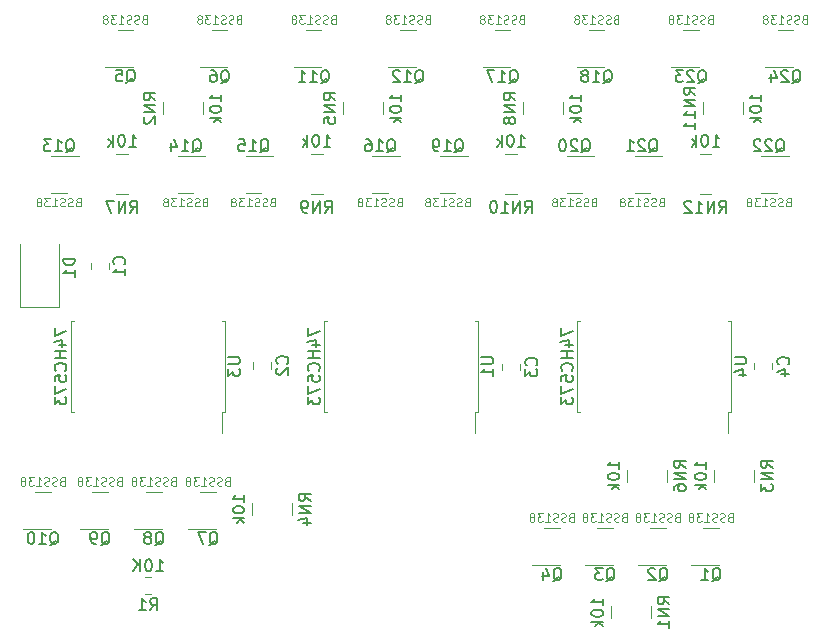
<source format=gbr>
%TF.GenerationSoftware,KiCad,Pcbnew,(6.0.9)*%
%TF.CreationDate,2023-08-23T16:54:36+02:00*%
%TF.ProjectId,pico-sst39sf0x0-pcb,7069636f-2d73-4737-9433-397366307830,rev?*%
%TF.SameCoordinates,Original*%
%TF.FileFunction,Legend,Bot*%
%TF.FilePolarity,Positive*%
%FSLAX46Y46*%
G04 Gerber Fmt 4.6, Leading zero omitted, Abs format (unit mm)*
G04 Created by KiCad (PCBNEW (6.0.9)) date 2023-08-23 16:54:36*
%MOMM*%
%LPD*%
G01*
G04 APERTURE LIST*
%ADD10C,0.150000*%
%ADD11C,0.100000*%
%ADD12C,0.120000*%
G04 APERTURE END LIST*
D10*
%TO.C,Q21*%
X68836428Y-48439619D02*
X68931666Y-48392000D01*
X69026904Y-48296761D01*
X69169761Y-48153904D01*
X69265000Y-48106285D01*
X69360238Y-48106285D01*
X69312619Y-48344380D02*
X69407857Y-48296761D01*
X69503095Y-48201523D01*
X69550714Y-48011047D01*
X69550714Y-47677714D01*
X69503095Y-47487238D01*
X69407857Y-47392000D01*
X69312619Y-47344380D01*
X69122142Y-47344380D01*
X69026904Y-47392000D01*
X68931666Y-47487238D01*
X68884047Y-47677714D01*
X68884047Y-48011047D01*
X68931666Y-48201523D01*
X69026904Y-48296761D01*
X69122142Y-48344380D01*
X69312619Y-48344380D01*
X68503095Y-47439619D02*
X68455476Y-47392000D01*
X68360238Y-47344380D01*
X68122142Y-47344380D01*
X68026904Y-47392000D01*
X67979285Y-47439619D01*
X67931666Y-47534857D01*
X67931666Y-47630095D01*
X67979285Y-47772952D01*
X68550714Y-48344380D01*
X67931666Y-48344380D01*
X66979285Y-48344380D02*
X67550714Y-48344380D01*
X67265000Y-48344380D02*
X67265000Y-47344380D01*
X67360238Y-47487238D01*
X67455476Y-47582476D01*
X67550714Y-47630095D01*
D11*
X69881666Y-52642000D02*
X69781666Y-52675333D01*
X69748333Y-52708666D01*
X69715000Y-52775333D01*
X69715000Y-52875333D01*
X69748333Y-52942000D01*
X69781666Y-52975333D01*
X69848333Y-53008666D01*
X70115000Y-53008666D01*
X70115000Y-52308666D01*
X69881666Y-52308666D01*
X69815000Y-52342000D01*
X69781666Y-52375333D01*
X69748333Y-52442000D01*
X69748333Y-52508666D01*
X69781666Y-52575333D01*
X69815000Y-52608666D01*
X69881666Y-52642000D01*
X70115000Y-52642000D01*
X69448333Y-52975333D02*
X69348333Y-53008666D01*
X69181666Y-53008666D01*
X69115000Y-52975333D01*
X69081666Y-52942000D01*
X69048333Y-52875333D01*
X69048333Y-52808666D01*
X69081666Y-52742000D01*
X69115000Y-52708666D01*
X69181666Y-52675333D01*
X69315000Y-52642000D01*
X69381666Y-52608666D01*
X69415000Y-52575333D01*
X69448333Y-52508666D01*
X69448333Y-52442000D01*
X69415000Y-52375333D01*
X69381666Y-52342000D01*
X69315000Y-52308666D01*
X69148333Y-52308666D01*
X69048333Y-52342000D01*
X68781666Y-52975333D02*
X68681666Y-53008666D01*
X68515000Y-53008666D01*
X68448333Y-52975333D01*
X68415000Y-52942000D01*
X68381666Y-52875333D01*
X68381666Y-52808666D01*
X68415000Y-52742000D01*
X68448333Y-52708666D01*
X68515000Y-52675333D01*
X68648333Y-52642000D01*
X68715000Y-52608666D01*
X68748333Y-52575333D01*
X68781666Y-52508666D01*
X68781666Y-52442000D01*
X68748333Y-52375333D01*
X68715000Y-52342000D01*
X68648333Y-52308666D01*
X68481666Y-52308666D01*
X68381666Y-52342000D01*
X67715000Y-53008666D02*
X68115000Y-53008666D01*
X67915000Y-53008666D02*
X67915000Y-52308666D01*
X67981666Y-52408666D01*
X68048333Y-52475333D01*
X68115000Y-52508666D01*
X67481666Y-52308666D02*
X67048333Y-52308666D01*
X67281666Y-52575333D01*
X67181666Y-52575333D01*
X67115000Y-52608666D01*
X67081666Y-52642000D01*
X67048333Y-52708666D01*
X67048333Y-52875333D01*
X67081666Y-52942000D01*
X67115000Y-52975333D01*
X67181666Y-53008666D01*
X67381666Y-53008666D01*
X67448333Y-52975333D01*
X67481666Y-52942000D01*
X66648333Y-52608666D02*
X66715000Y-52575333D01*
X66748333Y-52542000D01*
X66781666Y-52475333D01*
X66781666Y-52442000D01*
X66748333Y-52375333D01*
X66715000Y-52342000D01*
X66648333Y-52308666D01*
X66515000Y-52308666D01*
X66448333Y-52342000D01*
X66415000Y-52375333D01*
X66381666Y-52442000D01*
X66381666Y-52475333D01*
X66415000Y-52542000D01*
X66448333Y-52575333D01*
X66515000Y-52608666D01*
X66648333Y-52608666D01*
X66715000Y-52642000D01*
X66748333Y-52675333D01*
X66781666Y-52742000D01*
X66781666Y-52875333D01*
X66748333Y-52942000D01*
X66715000Y-52975333D01*
X66648333Y-53008666D01*
X66515000Y-53008666D01*
X66448333Y-52975333D01*
X66415000Y-52942000D01*
X66381666Y-52875333D01*
X66381666Y-52742000D01*
X66415000Y-52675333D01*
X66448333Y-52642000D01*
X66515000Y-52608666D01*
D10*
%TO.C,Q6*%
X32570938Y-42571619D02*
X32666176Y-42524000D01*
X32761414Y-42428761D01*
X32904271Y-42285904D01*
X32999509Y-42238285D01*
X33094747Y-42238285D01*
X33047128Y-42476380D02*
X33142366Y-42428761D01*
X33237604Y-42333523D01*
X33285223Y-42143047D01*
X33285223Y-41809714D01*
X33237604Y-41619238D01*
X33142366Y-41524000D01*
X33047128Y-41476380D01*
X32856652Y-41476380D01*
X32761414Y-41524000D01*
X32666176Y-41619238D01*
X32618557Y-41809714D01*
X32618557Y-42143047D01*
X32666176Y-42333523D01*
X32761414Y-42428761D01*
X32856652Y-42476380D01*
X33047128Y-42476380D01*
X31761414Y-41476380D02*
X31951890Y-41476380D01*
X32047128Y-41524000D01*
X32094747Y-41571619D01*
X32189985Y-41714476D01*
X32237604Y-41904952D01*
X32237604Y-42285904D01*
X32189985Y-42381142D01*
X32142366Y-42428761D01*
X32047128Y-42476380D01*
X31856652Y-42476380D01*
X31761414Y-42428761D01*
X31713795Y-42381142D01*
X31666176Y-42285904D01*
X31666176Y-42047809D01*
X31713795Y-41952571D01*
X31761414Y-41904952D01*
X31856652Y-41857333D01*
X32047128Y-41857333D01*
X32142366Y-41904952D01*
X32189985Y-41952571D01*
X32237604Y-42047809D01*
D11*
X34092366Y-37174000D02*
X33992366Y-37207333D01*
X33959033Y-37240666D01*
X33925700Y-37307333D01*
X33925700Y-37407333D01*
X33959033Y-37474000D01*
X33992366Y-37507333D01*
X34059033Y-37540666D01*
X34325700Y-37540666D01*
X34325700Y-36840666D01*
X34092366Y-36840666D01*
X34025700Y-36874000D01*
X33992366Y-36907333D01*
X33959033Y-36974000D01*
X33959033Y-37040666D01*
X33992366Y-37107333D01*
X34025700Y-37140666D01*
X34092366Y-37174000D01*
X34325700Y-37174000D01*
X33659033Y-37507333D02*
X33559033Y-37540666D01*
X33392366Y-37540666D01*
X33325700Y-37507333D01*
X33292366Y-37474000D01*
X33259033Y-37407333D01*
X33259033Y-37340666D01*
X33292366Y-37274000D01*
X33325700Y-37240666D01*
X33392366Y-37207333D01*
X33525700Y-37174000D01*
X33592366Y-37140666D01*
X33625700Y-37107333D01*
X33659033Y-37040666D01*
X33659033Y-36974000D01*
X33625700Y-36907333D01*
X33592366Y-36874000D01*
X33525700Y-36840666D01*
X33359033Y-36840666D01*
X33259033Y-36874000D01*
X32992366Y-37507333D02*
X32892366Y-37540666D01*
X32725700Y-37540666D01*
X32659033Y-37507333D01*
X32625700Y-37474000D01*
X32592366Y-37407333D01*
X32592366Y-37340666D01*
X32625700Y-37274000D01*
X32659033Y-37240666D01*
X32725700Y-37207333D01*
X32859033Y-37174000D01*
X32925700Y-37140666D01*
X32959033Y-37107333D01*
X32992366Y-37040666D01*
X32992366Y-36974000D01*
X32959033Y-36907333D01*
X32925700Y-36874000D01*
X32859033Y-36840666D01*
X32692366Y-36840666D01*
X32592366Y-36874000D01*
X31925700Y-37540666D02*
X32325700Y-37540666D01*
X32125700Y-37540666D02*
X32125700Y-36840666D01*
X32192366Y-36940666D01*
X32259033Y-37007333D01*
X32325700Y-37040666D01*
X31692366Y-36840666D02*
X31259033Y-36840666D01*
X31492366Y-37107333D01*
X31392366Y-37107333D01*
X31325700Y-37140666D01*
X31292366Y-37174000D01*
X31259033Y-37240666D01*
X31259033Y-37407333D01*
X31292366Y-37474000D01*
X31325700Y-37507333D01*
X31392366Y-37540666D01*
X31592366Y-37540666D01*
X31659033Y-37507333D01*
X31692366Y-37474000D01*
X30859033Y-37140666D02*
X30925700Y-37107333D01*
X30959033Y-37074000D01*
X30992366Y-37007333D01*
X30992366Y-36974000D01*
X30959033Y-36907333D01*
X30925700Y-36874000D01*
X30859033Y-36840666D01*
X30725700Y-36840666D01*
X30659033Y-36874000D01*
X30625700Y-36907333D01*
X30592366Y-36974000D01*
X30592366Y-37007333D01*
X30625700Y-37074000D01*
X30659033Y-37107333D01*
X30725700Y-37140666D01*
X30859033Y-37140666D01*
X30925700Y-37174000D01*
X30959033Y-37207333D01*
X30992366Y-37274000D01*
X30992366Y-37407333D01*
X30959033Y-37474000D01*
X30925700Y-37507333D01*
X30859033Y-37540666D01*
X30725700Y-37540666D01*
X30659033Y-37507333D01*
X30625700Y-37474000D01*
X30592366Y-37407333D01*
X30592366Y-37274000D01*
X30625700Y-37207333D01*
X30659033Y-37174000D01*
X30725700Y-37140666D01*
D10*
%TO.C,Q12*%
X49012828Y-42571619D02*
X49108066Y-42524000D01*
X49203304Y-42428761D01*
X49346161Y-42285904D01*
X49441400Y-42238285D01*
X49536638Y-42238285D01*
X49489019Y-42476380D02*
X49584257Y-42428761D01*
X49679495Y-42333523D01*
X49727114Y-42143047D01*
X49727114Y-41809714D01*
X49679495Y-41619238D01*
X49584257Y-41524000D01*
X49489019Y-41476380D01*
X49298542Y-41476380D01*
X49203304Y-41524000D01*
X49108066Y-41619238D01*
X49060447Y-41809714D01*
X49060447Y-42143047D01*
X49108066Y-42333523D01*
X49203304Y-42428761D01*
X49298542Y-42476380D01*
X49489019Y-42476380D01*
X48108066Y-42476380D02*
X48679495Y-42476380D01*
X48393780Y-42476380D02*
X48393780Y-41476380D01*
X48489019Y-41619238D01*
X48584257Y-41714476D01*
X48679495Y-41762095D01*
X47727114Y-41571619D02*
X47679495Y-41524000D01*
X47584257Y-41476380D01*
X47346161Y-41476380D01*
X47250923Y-41524000D01*
X47203304Y-41571619D01*
X47155685Y-41666857D01*
X47155685Y-41762095D01*
X47203304Y-41904952D01*
X47774733Y-42476380D01*
X47155685Y-42476380D01*
D11*
X50058066Y-37174000D02*
X49958066Y-37207333D01*
X49924733Y-37240666D01*
X49891400Y-37307333D01*
X49891400Y-37407333D01*
X49924733Y-37474000D01*
X49958066Y-37507333D01*
X50024733Y-37540666D01*
X50291400Y-37540666D01*
X50291400Y-36840666D01*
X50058066Y-36840666D01*
X49991400Y-36874000D01*
X49958066Y-36907333D01*
X49924733Y-36974000D01*
X49924733Y-37040666D01*
X49958066Y-37107333D01*
X49991400Y-37140666D01*
X50058066Y-37174000D01*
X50291400Y-37174000D01*
X49624733Y-37507333D02*
X49524733Y-37540666D01*
X49358066Y-37540666D01*
X49291400Y-37507333D01*
X49258066Y-37474000D01*
X49224733Y-37407333D01*
X49224733Y-37340666D01*
X49258066Y-37274000D01*
X49291400Y-37240666D01*
X49358066Y-37207333D01*
X49491400Y-37174000D01*
X49558066Y-37140666D01*
X49591400Y-37107333D01*
X49624733Y-37040666D01*
X49624733Y-36974000D01*
X49591400Y-36907333D01*
X49558066Y-36874000D01*
X49491400Y-36840666D01*
X49324733Y-36840666D01*
X49224733Y-36874000D01*
X48958066Y-37507333D02*
X48858066Y-37540666D01*
X48691400Y-37540666D01*
X48624733Y-37507333D01*
X48591400Y-37474000D01*
X48558066Y-37407333D01*
X48558066Y-37340666D01*
X48591400Y-37274000D01*
X48624733Y-37240666D01*
X48691400Y-37207333D01*
X48824733Y-37174000D01*
X48891400Y-37140666D01*
X48924733Y-37107333D01*
X48958066Y-37040666D01*
X48958066Y-36974000D01*
X48924733Y-36907333D01*
X48891400Y-36874000D01*
X48824733Y-36840666D01*
X48658066Y-36840666D01*
X48558066Y-36874000D01*
X47891400Y-37540666D02*
X48291400Y-37540666D01*
X48091400Y-37540666D02*
X48091400Y-36840666D01*
X48158066Y-36940666D01*
X48224733Y-37007333D01*
X48291400Y-37040666D01*
X47658066Y-36840666D02*
X47224733Y-36840666D01*
X47458066Y-37107333D01*
X47358066Y-37107333D01*
X47291400Y-37140666D01*
X47258066Y-37174000D01*
X47224733Y-37240666D01*
X47224733Y-37407333D01*
X47258066Y-37474000D01*
X47291400Y-37507333D01*
X47358066Y-37540666D01*
X47558066Y-37540666D01*
X47624733Y-37507333D01*
X47658066Y-37474000D01*
X46824733Y-37140666D02*
X46891400Y-37107333D01*
X46924733Y-37074000D01*
X46958066Y-37007333D01*
X46958066Y-36974000D01*
X46924733Y-36907333D01*
X46891400Y-36874000D01*
X46824733Y-36840666D01*
X46691400Y-36840666D01*
X46624733Y-36874000D01*
X46591400Y-36907333D01*
X46558066Y-36974000D01*
X46558066Y-37007333D01*
X46591400Y-37074000D01*
X46624733Y-37107333D01*
X46691400Y-37140666D01*
X46824733Y-37140666D01*
X46891400Y-37174000D01*
X46924733Y-37207333D01*
X46958066Y-37274000D01*
X46958066Y-37407333D01*
X46924733Y-37474000D01*
X46891400Y-37507333D01*
X46824733Y-37540666D01*
X46691400Y-37540666D01*
X46624733Y-37507333D01*
X46591400Y-37474000D01*
X46558066Y-37407333D01*
X46558066Y-37274000D01*
X46591400Y-37207333D01*
X46624733Y-37174000D01*
X46691400Y-37140666D01*
D10*
%TO.C,Q4*%
X60716538Y-84735619D02*
X60811776Y-84688000D01*
X60907014Y-84592761D01*
X61049871Y-84449904D01*
X61145109Y-84402285D01*
X61240347Y-84402285D01*
X61192728Y-84640380D02*
X61287966Y-84592761D01*
X61383204Y-84497523D01*
X61430823Y-84307047D01*
X61430823Y-83973714D01*
X61383204Y-83783238D01*
X61287966Y-83688000D01*
X61192728Y-83640380D01*
X61002252Y-83640380D01*
X60907014Y-83688000D01*
X60811776Y-83783238D01*
X60764157Y-83973714D01*
X60764157Y-84307047D01*
X60811776Y-84497523D01*
X60907014Y-84592761D01*
X61002252Y-84640380D01*
X61192728Y-84640380D01*
X59907014Y-83973714D02*
X59907014Y-84640380D01*
X60145109Y-83592761D02*
X60383204Y-84307047D01*
X59764157Y-84307047D01*
D11*
X62237966Y-79338000D02*
X62137966Y-79371333D01*
X62104633Y-79404666D01*
X62071300Y-79471333D01*
X62071300Y-79571333D01*
X62104633Y-79638000D01*
X62137966Y-79671333D01*
X62204633Y-79704666D01*
X62471300Y-79704666D01*
X62471300Y-79004666D01*
X62237966Y-79004666D01*
X62171300Y-79038000D01*
X62137966Y-79071333D01*
X62104633Y-79138000D01*
X62104633Y-79204666D01*
X62137966Y-79271333D01*
X62171300Y-79304666D01*
X62237966Y-79338000D01*
X62471300Y-79338000D01*
X61804633Y-79671333D02*
X61704633Y-79704666D01*
X61537966Y-79704666D01*
X61471300Y-79671333D01*
X61437966Y-79638000D01*
X61404633Y-79571333D01*
X61404633Y-79504666D01*
X61437966Y-79438000D01*
X61471300Y-79404666D01*
X61537966Y-79371333D01*
X61671300Y-79338000D01*
X61737966Y-79304666D01*
X61771300Y-79271333D01*
X61804633Y-79204666D01*
X61804633Y-79138000D01*
X61771300Y-79071333D01*
X61737966Y-79038000D01*
X61671300Y-79004666D01*
X61504633Y-79004666D01*
X61404633Y-79038000D01*
X61137966Y-79671333D02*
X61037966Y-79704666D01*
X60871300Y-79704666D01*
X60804633Y-79671333D01*
X60771300Y-79638000D01*
X60737966Y-79571333D01*
X60737966Y-79504666D01*
X60771300Y-79438000D01*
X60804633Y-79404666D01*
X60871300Y-79371333D01*
X61004633Y-79338000D01*
X61071300Y-79304666D01*
X61104633Y-79271333D01*
X61137966Y-79204666D01*
X61137966Y-79138000D01*
X61104633Y-79071333D01*
X61071300Y-79038000D01*
X61004633Y-79004666D01*
X60837966Y-79004666D01*
X60737966Y-79038000D01*
X60071300Y-79704666D02*
X60471300Y-79704666D01*
X60271300Y-79704666D02*
X60271300Y-79004666D01*
X60337966Y-79104666D01*
X60404633Y-79171333D01*
X60471300Y-79204666D01*
X59837966Y-79004666D02*
X59404633Y-79004666D01*
X59637966Y-79271333D01*
X59537966Y-79271333D01*
X59471300Y-79304666D01*
X59437966Y-79338000D01*
X59404633Y-79404666D01*
X59404633Y-79571333D01*
X59437966Y-79638000D01*
X59471300Y-79671333D01*
X59537966Y-79704666D01*
X59737966Y-79704666D01*
X59804633Y-79671333D01*
X59837966Y-79638000D01*
X59004633Y-79304666D02*
X59071300Y-79271333D01*
X59104633Y-79238000D01*
X59137966Y-79171333D01*
X59137966Y-79138000D01*
X59104633Y-79071333D01*
X59071300Y-79038000D01*
X59004633Y-79004666D01*
X58871300Y-79004666D01*
X58804633Y-79038000D01*
X58771300Y-79071333D01*
X58737966Y-79138000D01*
X58737966Y-79171333D01*
X58771300Y-79238000D01*
X58804633Y-79271333D01*
X58871300Y-79304666D01*
X59004633Y-79304666D01*
X59071300Y-79338000D01*
X59104633Y-79371333D01*
X59137966Y-79438000D01*
X59137966Y-79571333D01*
X59104633Y-79638000D01*
X59071300Y-79671333D01*
X59004633Y-79704666D01*
X58871300Y-79704666D01*
X58804633Y-79671333D01*
X58771300Y-79638000D01*
X58737966Y-79571333D01*
X58737966Y-79438000D01*
X58771300Y-79371333D01*
X58804633Y-79338000D01*
X58871300Y-79304666D01*
D10*
%TO.C,RN6*%
X71940380Y-75117523D02*
X71464190Y-74784190D01*
X71940380Y-74546095D02*
X70940380Y-74546095D01*
X70940380Y-74927047D01*
X70988000Y-75022285D01*
X71035619Y-75069904D01*
X71130857Y-75117523D01*
X71273714Y-75117523D01*
X71368952Y-75069904D01*
X71416571Y-75022285D01*
X71464190Y-74927047D01*
X71464190Y-74546095D01*
X71940380Y-75546095D02*
X70940380Y-75546095D01*
X71940380Y-76117523D01*
X70940380Y-76117523D01*
X70940380Y-77022285D02*
X70940380Y-76831809D01*
X70988000Y-76736571D01*
X71035619Y-76688952D01*
X71178476Y-76593714D01*
X71368952Y-76546095D01*
X71749904Y-76546095D01*
X71845142Y-76593714D01*
X71892761Y-76641333D01*
X71940380Y-76736571D01*
X71940380Y-76927047D01*
X71892761Y-77022285D01*
X71845142Y-77069904D01*
X71749904Y-77117523D01*
X71511809Y-77117523D01*
X71416571Y-77069904D01*
X71368952Y-77022285D01*
X71321333Y-76927047D01*
X71321333Y-76736571D01*
X71368952Y-76641333D01*
X71416571Y-76593714D01*
X71511809Y-76546095D01*
X66340380Y-75212761D02*
X66340380Y-74641333D01*
X66340380Y-74927047D02*
X65340380Y-74927047D01*
X65483238Y-74831809D01*
X65578476Y-74736571D01*
X65626095Y-74641333D01*
X65340380Y-75831809D02*
X65340380Y-75927047D01*
X65388000Y-76022285D01*
X65435619Y-76069904D01*
X65530857Y-76117523D01*
X65721333Y-76165142D01*
X65959428Y-76165142D01*
X66149904Y-76117523D01*
X66245142Y-76069904D01*
X66292761Y-76022285D01*
X66340380Y-75927047D01*
X66340380Y-75831809D01*
X66292761Y-75736571D01*
X66245142Y-75688952D01*
X66149904Y-75641333D01*
X65959428Y-75593714D01*
X65721333Y-75593714D01*
X65530857Y-75641333D01*
X65435619Y-75688952D01*
X65388000Y-75736571D01*
X65340380Y-75831809D01*
X66340380Y-76593714D02*
X65340380Y-76593714D01*
X65959428Y-76688952D02*
X66340380Y-76974666D01*
X65673714Y-76974666D02*
X66054666Y-76593714D01*
%TO.C,C4*%
X80621142Y-66381333D02*
X80668761Y-66333714D01*
X80716380Y-66190857D01*
X80716380Y-66095619D01*
X80668761Y-65952761D01*
X80573523Y-65857523D01*
X80478285Y-65809904D01*
X80287809Y-65762285D01*
X80144952Y-65762285D01*
X79954476Y-65809904D01*
X79859238Y-65857523D01*
X79764000Y-65952761D01*
X79716380Y-66095619D01*
X79716380Y-66190857D01*
X79764000Y-66333714D01*
X79811619Y-66381333D01*
X80049714Y-67238476D02*
X80716380Y-67238476D01*
X79668761Y-67000380D02*
X80383047Y-66762285D01*
X80383047Y-67381333D01*
%TO.C,R1*%
X26598666Y-87192380D02*
X26932000Y-86716190D01*
X27170095Y-87192380D02*
X27170095Y-86192380D01*
X26789142Y-86192380D01*
X26693904Y-86240000D01*
X26646285Y-86287619D01*
X26598666Y-86382857D01*
X26598666Y-86525714D01*
X26646285Y-86620952D01*
X26693904Y-86668571D01*
X26789142Y-86716190D01*
X27170095Y-86716190D01*
X25646285Y-87192380D02*
X26217714Y-87192380D01*
X25932000Y-87192380D02*
X25932000Y-86192380D01*
X26027238Y-86335238D01*
X26122476Y-86430476D01*
X26217714Y-86478095D01*
X27122476Y-83892380D02*
X27693904Y-83892380D01*
X27408190Y-83892380D02*
X27408190Y-82892380D01*
X27503428Y-83035238D01*
X27598666Y-83130476D01*
X27693904Y-83178095D01*
X26503428Y-82892380D02*
X26408190Y-82892380D01*
X26312952Y-82940000D01*
X26265333Y-82987619D01*
X26217714Y-83082857D01*
X26170095Y-83273333D01*
X26170095Y-83511428D01*
X26217714Y-83701904D01*
X26265333Y-83797142D01*
X26312952Y-83844761D01*
X26408190Y-83892380D01*
X26503428Y-83892380D01*
X26598666Y-83844761D01*
X26646285Y-83797142D01*
X26693904Y-83701904D01*
X26741523Y-83511428D01*
X26741523Y-83273333D01*
X26693904Y-83082857D01*
X26646285Y-82987619D01*
X26598666Y-82940000D01*
X26503428Y-82892380D01*
X25741523Y-83892380D02*
X25741523Y-82892380D01*
X25170095Y-83892380D02*
X25598666Y-83320952D01*
X25170095Y-82892380D02*
X25741523Y-83463809D01*
%TO.C,Q5*%
X24588138Y-42530219D02*
X24683376Y-42482600D01*
X24778614Y-42387361D01*
X24921471Y-42244504D01*
X25016709Y-42196885D01*
X25111947Y-42196885D01*
X25064328Y-42434980D02*
X25159566Y-42387361D01*
X25254804Y-42292123D01*
X25302423Y-42101647D01*
X25302423Y-41768314D01*
X25254804Y-41577838D01*
X25159566Y-41482600D01*
X25064328Y-41434980D01*
X24873852Y-41434980D01*
X24778614Y-41482600D01*
X24683376Y-41577838D01*
X24635757Y-41768314D01*
X24635757Y-42101647D01*
X24683376Y-42292123D01*
X24778614Y-42387361D01*
X24873852Y-42434980D01*
X25064328Y-42434980D01*
X23730995Y-41434980D02*
X24207185Y-41434980D01*
X24254804Y-41911171D01*
X24207185Y-41863552D01*
X24111947Y-41815933D01*
X23873852Y-41815933D01*
X23778614Y-41863552D01*
X23730995Y-41911171D01*
X23683376Y-42006409D01*
X23683376Y-42244504D01*
X23730995Y-42339742D01*
X23778614Y-42387361D01*
X23873852Y-42434980D01*
X24111947Y-42434980D01*
X24207185Y-42387361D01*
X24254804Y-42339742D01*
D11*
X26109566Y-37174000D02*
X26009566Y-37207333D01*
X25976233Y-37240666D01*
X25942900Y-37307333D01*
X25942900Y-37407333D01*
X25976233Y-37474000D01*
X26009566Y-37507333D01*
X26076233Y-37540666D01*
X26342900Y-37540666D01*
X26342900Y-36840666D01*
X26109566Y-36840666D01*
X26042900Y-36874000D01*
X26009566Y-36907333D01*
X25976233Y-36974000D01*
X25976233Y-37040666D01*
X26009566Y-37107333D01*
X26042900Y-37140666D01*
X26109566Y-37174000D01*
X26342900Y-37174000D01*
X25676233Y-37507333D02*
X25576233Y-37540666D01*
X25409566Y-37540666D01*
X25342900Y-37507333D01*
X25309566Y-37474000D01*
X25276233Y-37407333D01*
X25276233Y-37340666D01*
X25309566Y-37274000D01*
X25342900Y-37240666D01*
X25409566Y-37207333D01*
X25542900Y-37174000D01*
X25609566Y-37140666D01*
X25642900Y-37107333D01*
X25676233Y-37040666D01*
X25676233Y-36974000D01*
X25642900Y-36907333D01*
X25609566Y-36874000D01*
X25542900Y-36840666D01*
X25376233Y-36840666D01*
X25276233Y-36874000D01*
X25009566Y-37507333D02*
X24909566Y-37540666D01*
X24742900Y-37540666D01*
X24676233Y-37507333D01*
X24642900Y-37474000D01*
X24609566Y-37407333D01*
X24609566Y-37340666D01*
X24642900Y-37274000D01*
X24676233Y-37240666D01*
X24742900Y-37207333D01*
X24876233Y-37174000D01*
X24942900Y-37140666D01*
X24976233Y-37107333D01*
X25009566Y-37040666D01*
X25009566Y-36974000D01*
X24976233Y-36907333D01*
X24942900Y-36874000D01*
X24876233Y-36840666D01*
X24709566Y-36840666D01*
X24609566Y-36874000D01*
X23942900Y-37540666D02*
X24342900Y-37540666D01*
X24142900Y-37540666D02*
X24142900Y-36840666D01*
X24209566Y-36940666D01*
X24276233Y-37007333D01*
X24342900Y-37040666D01*
X23709566Y-36840666D02*
X23276233Y-36840666D01*
X23509566Y-37107333D01*
X23409566Y-37107333D01*
X23342900Y-37140666D01*
X23309566Y-37174000D01*
X23276233Y-37240666D01*
X23276233Y-37407333D01*
X23309566Y-37474000D01*
X23342900Y-37507333D01*
X23409566Y-37540666D01*
X23609566Y-37540666D01*
X23676233Y-37507333D01*
X23709566Y-37474000D01*
X22876233Y-37140666D02*
X22942900Y-37107333D01*
X22976233Y-37074000D01*
X23009566Y-37007333D01*
X23009566Y-36974000D01*
X22976233Y-36907333D01*
X22942900Y-36874000D01*
X22876233Y-36840666D01*
X22742900Y-36840666D01*
X22676233Y-36874000D01*
X22642900Y-36907333D01*
X22609566Y-36974000D01*
X22609566Y-37007333D01*
X22642900Y-37074000D01*
X22676233Y-37107333D01*
X22742900Y-37140666D01*
X22876233Y-37140666D01*
X22942900Y-37174000D01*
X22976233Y-37207333D01*
X23009566Y-37274000D01*
X23009566Y-37407333D01*
X22976233Y-37474000D01*
X22942900Y-37507333D01*
X22876233Y-37540666D01*
X22742900Y-37540666D01*
X22676233Y-37507333D01*
X22642900Y-37474000D01*
X22609566Y-37407333D01*
X22609566Y-37274000D01*
X22642900Y-37207333D01*
X22676233Y-37174000D01*
X22742900Y-37140666D01*
D10*
%TO.C,RN5*%
X42283880Y-44013523D02*
X41807690Y-43680190D01*
X42283880Y-43442095D02*
X41283880Y-43442095D01*
X41283880Y-43823047D01*
X41331500Y-43918285D01*
X41379119Y-43965904D01*
X41474357Y-44013523D01*
X41617214Y-44013523D01*
X41712452Y-43965904D01*
X41760071Y-43918285D01*
X41807690Y-43823047D01*
X41807690Y-43442095D01*
X42283880Y-44442095D02*
X41283880Y-44442095D01*
X42283880Y-45013523D01*
X41283880Y-45013523D01*
X41283880Y-45965904D02*
X41283880Y-45489714D01*
X41760071Y-45442095D01*
X41712452Y-45489714D01*
X41664833Y-45584952D01*
X41664833Y-45823047D01*
X41712452Y-45918285D01*
X41760071Y-45965904D01*
X41855309Y-46013523D01*
X42093404Y-46013523D01*
X42188642Y-45965904D01*
X42236261Y-45918285D01*
X42283880Y-45823047D01*
X42283880Y-45584952D01*
X42236261Y-45489714D01*
X42188642Y-45442095D01*
X47883880Y-44108761D02*
X47883880Y-43537333D01*
X47883880Y-43823047D02*
X46883880Y-43823047D01*
X47026738Y-43727809D01*
X47121976Y-43632571D01*
X47169595Y-43537333D01*
X46883880Y-44727809D02*
X46883880Y-44823047D01*
X46931500Y-44918285D01*
X46979119Y-44965904D01*
X47074357Y-45013523D01*
X47264833Y-45061142D01*
X47502928Y-45061142D01*
X47693404Y-45013523D01*
X47788642Y-44965904D01*
X47836261Y-44918285D01*
X47883880Y-44823047D01*
X47883880Y-44727809D01*
X47836261Y-44632571D01*
X47788642Y-44584952D01*
X47693404Y-44537333D01*
X47502928Y-44489714D01*
X47264833Y-44489714D01*
X47074357Y-44537333D01*
X46979119Y-44584952D01*
X46931500Y-44632571D01*
X46883880Y-44727809D01*
X47883880Y-45489714D02*
X46883880Y-45489714D01*
X47502928Y-45584952D02*
X47883880Y-45870666D01*
X47217214Y-45870666D02*
X47598166Y-45489714D01*
%TO.C,Q15*%
X35909428Y-48439619D02*
X36004666Y-48392000D01*
X36099904Y-48296761D01*
X36242761Y-48153904D01*
X36338000Y-48106285D01*
X36433238Y-48106285D01*
X36385619Y-48344380D02*
X36480857Y-48296761D01*
X36576095Y-48201523D01*
X36623714Y-48011047D01*
X36623714Y-47677714D01*
X36576095Y-47487238D01*
X36480857Y-47392000D01*
X36385619Y-47344380D01*
X36195142Y-47344380D01*
X36099904Y-47392000D01*
X36004666Y-47487238D01*
X35957047Y-47677714D01*
X35957047Y-48011047D01*
X36004666Y-48201523D01*
X36099904Y-48296761D01*
X36195142Y-48344380D01*
X36385619Y-48344380D01*
X35004666Y-48344380D02*
X35576095Y-48344380D01*
X35290380Y-48344380D02*
X35290380Y-47344380D01*
X35385619Y-47487238D01*
X35480857Y-47582476D01*
X35576095Y-47630095D01*
X34099904Y-47344380D02*
X34576095Y-47344380D01*
X34623714Y-47820571D01*
X34576095Y-47772952D01*
X34480857Y-47725333D01*
X34242761Y-47725333D01*
X34147523Y-47772952D01*
X34099904Y-47820571D01*
X34052285Y-47915809D01*
X34052285Y-48153904D01*
X34099904Y-48249142D01*
X34147523Y-48296761D01*
X34242761Y-48344380D01*
X34480857Y-48344380D01*
X34576095Y-48296761D01*
X34623714Y-48249142D01*
D11*
X36954666Y-52642000D02*
X36854666Y-52675333D01*
X36821333Y-52708666D01*
X36788000Y-52775333D01*
X36788000Y-52875333D01*
X36821333Y-52942000D01*
X36854666Y-52975333D01*
X36921333Y-53008666D01*
X37188000Y-53008666D01*
X37188000Y-52308666D01*
X36954666Y-52308666D01*
X36888000Y-52342000D01*
X36854666Y-52375333D01*
X36821333Y-52442000D01*
X36821333Y-52508666D01*
X36854666Y-52575333D01*
X36888000Y-52608666D01*
X36954666Y-52642000D01*
X37188000Y-52642000D01*
X36521333Y-52975333D02*
X36421333Y-53008666D01*
X36254666Y-53008666D01*
X36188000Y-52975333D01*
X36154666Y-52942000D01*
X36121333Y-52875333D01*
X36121333Y-52808666D01*
X36154666Y-52742000D01*
X36188000Y-52708666D01*
X36254666Y-52675333D01*
X36388000Y-52642000D01*
X36454666Y-52608666D01*
X36488000Y-52575333D01*
X36521333Y-52508666D01*
X36521333Y-52442000D01*
X36488000Y-52375333D01*
X36454666Y-52342000D01*
X36388000Y-52308666D01*
X36221333Y-52308666D01*
X36121333Y-52342000D01*
X35854666Y-52975333D02*
X35754666Y-53008666D01*
X35588000Y-53008666D01*
X35521333Y-52975333D01*
X35488000Y-52942000D01*
X35454666Y-52875333D01*
X35454666Y-52808666D01*
X35488000Y-52742000D01*
X35521333Y-52708666D01*
X35588000Y-52675333D01*
X35721333Y-52642000D01*
X35788000Y-52608666D01*
X35821333Y-52575333D01*
X35854666Y-52508666D01*
X35854666Y-52442000D01*
X35821333Y-52375333D01*
X35788000Y-52342000D01*
X35721333Y-52308666D01*
X35554666Y-52308666D01*
X35454666Y-52342000D01*
X34788000Y-53008666D02*
X35188000Y-53008666D01*
X34988000Y-53008666D02*
X34988000Y-52308666D01*
X35054666Y-52408666D01*
X35121333Y-52475333D01*
X35188000Y-52508666D01*
X34554666Y-52308666D02*
X34121333Y-52308666D01*
X34354666Y-52575333D01*
X34254666Y-52575333D01*
X34188000Y-52608666D01*
X34154666Y-52642000D01*
X34121333Y-52708666D01*
X34121333Y-52875333D01*
X34154666Y-52942000D01*
X34188000Y-52975333D01*
X34254666Y-53008666D01*
X34454666Y-53008666D01*
X34521333Y-52975333D01*
X34554666Y-52942000D01*
X33721333Y-52608666D02*
X33788000Y-52575333D01*
X33821333Y-52542000D01*
X33854666Y-52475333D01*
X33854666Y-52442000D01*
X33821333Y-52375333D01*
X33788000Y-52342000D01*
X33721333Y-52308666D01*
X33588000Y-52308666D01*
X33521333Y-52342000D01*
X33488000Y-52375333D01*
X33454666Y-52442000D01*
X33454666Y-52475333D01*
X33488000Y-52542000D01*
X33521333Y-52575333D01*
X33588000Y-52608666D01*
X33721333Y-52608666D01*
X33788000Y-52642000D01*
X33821333Y-52675333D01*
X33854666Y-52742000D01*
X33854666Y-52875333D01*
X33821333Y-52942000D01*
X33788000Y-52975333D01*
X33721333Y-53008666D01*
X33588000Y-53008666D01*
X33521333Y-52975333D01*
X33488000Y-52942000D01*
X33454666Y-52875333D01*
X33454666Y-52742000D01*
X33488000Y-52675333D01*
X33521333Y-52642000D01*
X33588000Y-52608666D01*
D10*
%TO.C,C3*%
X59285142Y-66447333D02*
X59332761Y-66399714D01*
X59380380Y-66256857D01*
X59380380Y-66161619D01*
X59332761Y-66018761D01*
X59237523Y-65923523D01*
X59142285Y-65875904D01*
X58951809Y-65828285D01*
X58808952Y-65828285D01*
X58618476Y-65875904D01*
X58523238Y-65923523D01*
X58428000Y-66018761D01*
X58380380Y-66161619D01*
X58380380Y-66256857D01*
X58428000Y-66399714D01*
X58475619Y-66447333D01*
X58380380Y-66780666D02*
X58380380Y-67399714D01*
X58761333Y-67066380D01*
X58761333Y-67209238D01*
X58808952Y-67304476D01*
X58856571Y-67352095D01*
X58951809Y-67399714D01*
X59189904Y-67399714D01*
X59285142Y-67352095D01*
X59332761Y-67304476D01*
X59380380Y-67209238D01*
X59380380Y-66923523D01*
X59332761Y-66828285D01*
X59285142Y-66780666D01*
%TO.C,D1*%
X20224380Y-57427904D02*
X19224380Y-57427904D01*
X19224380Y-57666000D01*
X19272000Y-57808857D01*
X19367238Y-57904095D01*
X19462476Y-57951714D01*
X19652952Y-57999333D01*
X19795809Y-57999333D01*
X19986285Y-57951714D01*
X20081523Y-57904095D01*
X20176761Y-57808857D01*
X20224380Y-57666000D01*
X20224380Y-57427904D01*
X20224380Y-58951714D02*
X20224380Y-58380285D01*
X20224380Y-58666000D02*
X19224380Y-58666000D01*
X19367238Y-58570761D01*
X19462476Y-58475523D01*
X19510095Y-58380285D01*
%TO.C,RN10*%
X58332666Y-53544380D02*
X58666000Y-53068190D01*
X58904095Y-53544380D02*
X58904095Y-52544380D01*
X58523142Y-52544380D01*
X58427904Y-52592000D01*
X58380285Y-52639619D01*
X58332666Y-52734857D01*
X58332666Y-52877714D01*
X58380285Y-52972952D01*
X58427904Y-53020571D01*
X58523142Y-53068190D01*
X58904095Y-53068190D01*
X57904095Y-53544380D02*
X57904095Y-52544380D01*
X57332666Y-53544380D01*
X57332666Y-52544380D01*
X56332666Y-53544380D02*
X56904095Y-53544380D01*
X56618380Y-53544380D02*
X56618380Y-52544380D01*
X56713619Y-52687238D01*
X56808857Y-52782476D01*
X56904095Y-52830095D01*
X55713619Y-52544380D02*
X55618380Y-52544380D01*
X55523142Y-52592000D01*
X55475523Y-52639619D01*
X55427904Y-52734857D01*
X55380285Y-52925333D01*
X55380285Y-53163428D01*
X55427904Y-53353904D01*
X55475523Y-53449142D01*
X55523142Y-53496761D01*
X55618380Y-53544380D01*
X55713619Y-53544380D01*
X55808857Y-53496761D01*
X55856476Y-53449142D01*
X55904095Y-53353904D01*
X55951714Y-53163428D01*
X55951714Y-52925333D01*
X55904095Y-52734857D01*
X55856476Y-52639619D01*
X55808857Y-52592000D01*
X55713619Y-52544380D01*
X57761238Y-47944380D02*
X58332666Y-47944380D01*
X58046952Y-47944380D02*
X58046952Y-46944380D01*
X58142190Y-47087238D01*
X58237428Y-47182476D01*
X58332666Y-47230095D01*
X57142190Y-46944380D02*
X57046952Y-46944380D01*
X56951714Y-46992000D01*
X56904095Y-47039619D01*
X56856476Y-47134857D01*
X56808857Y-47325333D01*
X56808857Y-47563428D01*
X56856476Y-47753904D01*
X56904095Y-47849142D01*
X56951714Y-47896761D01*
X57046952Y-47944380D01*
X57142190Y-47944380D01*
X57237428Y-47896761D01*
X57285047Y-47849142D01*
X57332666Y-47753904D01*
X57380285Y-47563428D01*
X57380285Y-47325333D01*
X57332666Y-47134857D01*
X57285047Y-47039619D01*
X57237428Y-46992000D01*
X57142190Y-46944380D01*
X56380285Y-47944380D02*
X56380285Y-46944380D01*
X56285047Y-47563428D02*
X55999333Y-47944380D01*
X55999333Y-47277714D02*
X56380285Y-47658666D01*
%TO.C,Q18*%
X64978628Y-42571619D02*
X65073866Y-42524000D01*
X65169104Y-42428761D01*
X65311961Y-42285904D01*
X65407200Y-42238285D01*
X65502438Y-42238285D01*
X65454819Y-42476380D02*
X65550057Y-42428761D01*
X65645295Y-42333523D01*
X65692914Y-42143047D01*
X65692914Y-41809714D01*
X65645295Y-41619238D01*
X65550057Y-41524000D01*
X65454819Y-41476380D01*
X65264342Y-41476380D01*
X65169104Y-41524000D01*
X65073866Y-41619238D01*
X65026247Y-41809714D01*
X65026247Y-42143047D01*
X65073866Y-42333523D01*
X65169104Y-42428761D01*
X65264342Y-42476380D01*
X65454819Y-42476380D01*
X64073866Y-42476380D02*
X64645295Y-42476380D01*
X64359580Y-42476380D02*
X64359580Y-41476380D01*
X64454819Y-41619238D01*
X64550057Y-41714476D01*
X64645295Y-41762095D01*
X63502438Y-41904952D02*
X63597676Y-41857333D01*
X63645295Y-41809714D01*
X63692914Y-41714476D01*
X63692914Y-41666857D01*
X63645295Y-41571619D01*
X63597676Y-41524000D01*
X63502438Y-41476380D01*
X63311961Y-41476380D01*
X63216723Y-41524000D01*
X63169104Y-41571619D01*
X63121485Y-41666857D01*
X63121485Y-41714476D01*
X63169104Y-41809714D01*
X63216723Y-41857333D01*
X63311961Y-41904952D01*
X63502438Y-41904952D01*
X63597676Y-41952571D01*
X63645295Y-42000190D01*
X63692914Y-42095428D01*
X63692914Y-42285904D01*
X63645295Y-42381142D01*
X63597676Y-42428761D01*
X63502438Y-42476380D01*
X63311961Y-42476380D01*
X63216723Y-42428761D01*
X63169104Y-42381142D01*
X63121485Y-42285904D01*
X63121485Y-42095428D01*
X63169104Y-42000190D01*
X63216723Y-41952571D01*
X63311961Y-41904952D01*
D11*
X66023866Y-37174000D02*
X65923866Y-37207333D01*
X65890533Y-37240666D01*
X65857200Y-37307333D01*
X65857200Y-37407333D01*
X65890533Y-37474000D01*
X65923866Y-37507333D01*
X65990533Y-37540666D01*
X66257200Y-37540666D01*
X66257200Y-36840666D01*
X66023866Y-36840666D01*
X65957200Y-36874000D01*
X65923866Y-36907333D01*
X65890533Y-36974000D01*
X65890533Y-37040666D01*
X65923866Y-37107333D01*
X65957200Y-37140666D01*
X66023866Y-37174000D01*
X66257200Y-37174000D01*
X65590533Y-37507333D02*
X65490533Y-37540666D01*
X65323866Y-37540666D01*
X65257200Y-37507333D01*
X65223866Y-37474000D01*
X65190533Y-37407333D01*
X65190533Y-37340666D01*
X65223866Y-37274000D01*
X65257200Y-37240666D01*
X65323866Y-37207333D01*
X65457200Y-37174000D01*
X65523866Y-37140666D01*
X65557200Y-37107333D01*
X65590533Y-37040666D01*
X65590533Y-36974000D01*
X65557200Y-36907333D01*
X65523866Y-36874000D01*
X65457200Y-36840666D01*
X65290533Y-36840666D01*
X65190533Y-36874000D01*
X64923866Y-37507333D02*
X64823866Y-37540666D01*
X64657200Y-37540666D01*
X64590533Y-37507333D01*
X64557200Y-37474000D01*
X64523866Y-37407333D01*
X64523866Y-37340666D01*
X64557200Y-37274000D01*
X64590533Y-37240666D01*
X64657200Y-37207333D01*
X64790533Y-37174000D01*
X64857200Y-37140666D01*
X64890533Y-37107333D01*
X64923866Y-37040666D01*
X64923866Y-36974000D01*
X64890533Y-36907333D01*
X64857200Y-36874000D01*
X64790533Y-36840666D01*
X64623866Y-36840666D01*
X64523866Y-36874000D01*
X63857200Y-37540666D02*
X64257200Y-37540666D01*
X64057200Y-37540666D02*
X64057200Y-36840666D01*
X64123866Y-36940666D01*
X64190533Y-37007333D01*
X64257200Y-37040666D01*
X63623866Y-36840666D02*
X63190533Y-36840666D01*
X63423866Y-37107333D01*
X63323866Y-37107333D01*
X63257200Y-37140666D01*
X63223866Y-37174000D01*
X63190533Y-37240666D01*
X63190533Y-37407333D01*
X63223866Y-37474000D01*
X63257200Y-37507333D01*
X63323866Y-37540666D01*
X63523866Y-37540666D01*
X63590533Y-37507333D01*
X63623866Y-37474000D01*
X62790533Y-37140666D02*
X62857200Y-37107333D01*
X62890533Y-37074000D01*
X62923866Y-37007333D01*
X62923866Y-36974000D01*
X62890533Y-36907333D01*
X62857200Y-36874000D01*
X62790533Y-36840666D01*
X62657200Y-36840666D01*
X62590533Y-36874000D01*
X62557200Y-36907333D01*
X62523866Y-36974000D01*
X62523866Y-37007333D01*
X62557200Y-37074000D01*
X62590533Y-37107333D01*
X62657200Y-37140666D01*
X62790533Y-37140666D01*
X62857200Y-37174000D01*
X62890533Y-37207333D01*
X62923866Y-37274000D01*
X62923866Y-37407333D01*
X62890533Y-37474000D01*
X62857200Y-37507333D01*
X62790533Y-37540666D01*
X62657200Y-37540666D01*
X62590533Y-37507333D01*
X62557200Y-37474000D01*
X62523866Y-37407333D01*
X62523866Y-37274000D01*
X62557200Y-37207333D01*
X62590533Y-37174000D01*
X62657200Y-37140666D01*
D10*
%TO.C,RN9*%
X41392976Y-53544380D02*
X41726309Y-53068190D01*
X41964404Y-53544380D02*
X41964404Y-52544380D01*
X41583452Y-52544380D01*
X41488214Y-52592000D01*
X41440595Y-52639619D01*
X41392976Y-52734857D01*
X41392976Y-52877714D01*
X41440595Y-52972952D01*
X41488214Y-53020571D01*
X41583452Y-53068190D01*
X41964404Y-53068190D01*
X40964404Y-53544380D02*
X40964404Y-52544380D01*
X40392976Y-53544380D01*
X40392976Y-52544380D01*
X39869166Y-53544380D02*
X39678690Y-53544380D01*
X39583452Y-53496761D01*
X39535833Y-53449142D01*
X39440595Y-53306285D01*
X39392976Y-53115809D01*
X39392976Y-52734857D01*
X39440595Y-52639619D01*
X39488214Y-52592000D01*
X39583452Y-52544380D01*
X39773928Y-52544380D01*
X39869166Y-52592000D01*
X39916785Y-52639619D01*
X39964404Y-52734857D01*
X39964404Y-52972952D01*
X39916785Y-53068190D01*
X39869166Y-53115809D01*
X39773928Y-53163428D01*
X39583452Y-53163428D01*
X39488214Y-53115809D01*
X39440595Y-53068190D01*
X39392976Y-52972952D01*
X41297738Y-47944380D02*
X41869166Y-47944380D01*
X41583452Y-47944380D02*
X41583452Y-46944380D01*
X41678690Y-47087238D01*
X41773928Y-47182476D01*
X41869166Y-47230095D01*
X40678690Y-46944380D02*
X40583452Y-46944380D01*
X40488214Y-46992000D01*
X40440595Y-47039619D01*
X40392976Y-47134857D01*
X40345357Y-47325333D01*
X40345357Y-47563428D01*
X40392976Y-47753904D01*
X40440595Y-47849142D01*
X40488214Y-47896761D01*
X40583452Y-47944380D01*
X40678690Y-47944380D01*
X40773928Y-47896761D01*
X40821547Y-47849142D01*
X40869166Y-47753904D01*
X40916785Y-47563428D01*
X40916785Y-47325333D01*
X40869166Y-47134857D01*
X40821547Y-47039619D01*
X40773928Y-46992000D01*
X40678690Y-46944380D01*
X39916785Y-47944380D02*
X39916785Y-46944380D01*
X39821547Y-47563428D02*
X39535833Y-47944380D01*
X39535833Y-47277714D02*
X39916785Y-47658666D01*
%TO.C,Q2*%
X69691238Y-84735619D02*
X69786476Y-84688000D01*
X69881714Y-84592761D01*
X70024571Y-84449904D01*
X70119809Y-84402285D01*
X70215047Y-84402285D01*
X70167428Y-84640380D02*
X70262666Y-84592761D01*
X70357904Y-84497523D01*
X70405523Y-84307047D01*
X70405523Y-83973714D01*
X70357904Y-83783238D01*
X70262666Y-83688000D01*
X70167428Y-83640380D01*
X69976952Y-83640380D01*
X69881714Y-83688000D01*
X69786476Y-83783238D01*
X69738857Y-83973714D01*
X69738857Y-84307047D01*
X69786476Y-84497523D01*
X69881714Y-84592761D01*
X69976952Y-84640380D01*
X70167428Y-84640380D01*
X69357904Y-83735619D02*
X69310285Y-83688000D01*
X69215047Y-83640380D01*
X68976952Y-83640380D01*
X68881714Y-83688000D01*
X68834095Y-83735619D01*
X68786476Y-83830857D01*
X68786476Y-83926095D01*
X68834095Y-84068952D01*
X69405523Y-84640380D01*
X68786476Y-84640380D01*
D11*
X71212666Y-79338000D02*
X71112666Y-79371333D01*
X71079333Y-79404666D01*
X71046000Y-79471333D01*
X71046000Y-79571333D01*
X71079333Y-79638000D01*
X71112666Y-79671333D01*
X71179333Y-79704666D01*
X71446000Y-79704666D01*
X71446000Y-79004666D01*
X71212666Y-79004666D01*
X71146000Y-79038000D01*
X71112666Y-79071333D01*
X71079333Y-79138000D01*
X71079333Y-79204666D01*
X71112666Y-79271333D01*
X71146000Y-79304666D01*
X71212666Y-79338000D01*
X71446000Y-79338000D01*
X70779333Y-79671333D02*
X70679333Y-79704666D01*
X70512666Y-79704666D01*
X70446000Y-79671333D01*
X70412666Y-79638000D01*
X70379333Y-79571333D01*
X70379333Y-79504666D01*
X70412666Y-79438000D01*
X70446000Y-79404666D01*
X70512666Y-79371333D01*
X70646000Y-79338000D01*
X70712666Y-79304666D01*
X70746000Y-79271333D01*
X70779333Y-79204666D01*
X70779333Y-79138000D01*
X70746000Y-79071333D01*
X70712666Y-79038000D01*
X70646000Y-79004666D01*
X70479333Y-79004666D01*
X70379333Y-79038000D01*
X70112666Y-79671333D02*
X70012666Y-79704666D01*
X69846000Y-79704666D01*
X69779333Y-79671333D01*
X69746000Y-79638000D01*
X69712666Y-79571333D01*
X69712666Y-79504666D01*
X69746000Y-79438000D01*
X69779333Y-79404666D01*
X69846000Y-79371333D01*
X69979333Y-79338000D01*
X70046000Y-79304666D01*
X70079333Y-79271333D01*
X70112666Y-79204666D01*
X70112666Y-79138000D01*
X70079333Y-79071333D01*
X70046000Y-79038000D01*
X69979333Y-79004666D01*
X69812666Y-79004666D01*
X69712666Y-79038000D01*
X69046000Y-79704666D02*
X69446000Y-79704666D01*
X69246000Y-79704666D02*
X69246000Y-79004666D01*
X69312666Y-79104666D01*
X69379333Y-79171333D01*
X69446000Y-79204666D01*
X68812666Y-79004666D02*
X68379333Y-79004666D01*
X68612666Y-79271333D01*
X68512666Y-79271333D01*
X68446000Y-79304666D01*
X68412666Y-79338000D01*
X68379333Y-79404666D01*
X68379333Y-79571333D01*
X68412666Y-79638000D01*
X68446000Y-79671333D01*
X68512666Y-79704666D01*
X68712666Y-79704666D01*
X68779333Y-79671333D01*
X68812666Y-79638000D01*
X67979333Y-79304666D02*
X68046000Y-79271333D01*
X68079333Y-79238000D01*
X68112666Y-79171333D01*
X68112666Y-79138000D01*
X68079333Y-79071333D01*
X68046000Y-79038000D01*
X67979333Y-79004666D01*
X67846000Y-79004666D01*
X67779333Y-79038000D01*
X67746000Y-79071333D01*
X67712666Y-79138000D01*
X67712666Y-79171333D01*
X67746000Y-79238000D01*
X67779333Y-79271333D01*
X67846000Y-79304666D01*
X67979333Y-79304666D01*
X68046000Y-79338000D01*
X68079333Y-79371333D01*
X68112666Y-79438000D01*
X68112666Y-79571333D01*
X68079333Y-79638000D01*
X68046000Y-79671333D01*
X67979333Y-79704666D01*
X67846000Y-79704666D01*
X67779333Y-79671333D01*
X67746000Y-79638000D01*
X67712666Y-79571333D01*
X67712666Y-79438000D01*
X67746000Y-79371333D01*
X67779333Y-79338000D01*
X67846000Y-79304666D01*
D10*
%TO.C,Q14*%
X30174928Y-48439619D02*
X30270166Y-48392000D01*
X30365404Y-48296761D01*
X30508261Y-48153904D01*
X30603500Y-48106285D01*
X30698738Y-48106285D01*
X30651119Y-48344380D02*
X30746357Y-48296761D01*
X30841595Y-48201523D01*
X30889214Y-48011047D01*
X30889214Y-47677714D01*
X30841595Y-47487238D01*
X30746357Y-47392000D01*
X30651119Y-47344380D01*
X30460642Y-47344380D01*
X30365404Y-47392000D01*
X30270166Y-47487238D01*
X30222547Y-47677714D01*
X30222547Y-48011047D01*
X30270166Y-48201523D01*
X30365404Y-48296761D01*
X30460642Y-48344380D01*
X30651119Y-48344380D01*
X29270166Y-48344380D02*
X29841595Y-48344380D01*
X29555880Y-48344380D02*
X29555880Y-47344380D01*
X29651119Y-47487238D01*
X29746357Y-47582476D01*
X29841595Y-47630095D01*
X28413023Y-47677714D02*
X28413023Y-48344380D01*
X28651119Y-47296761D02*
X28889214Y-48011047D01*
X28270166Y-48011047D01*
D11*
X31220166Y-52642000D02*
X31120166Y-52675333D01*
X31086833Y-52708666D01*
X31053500Y-52775333D01*
X31053500Y-52875333D01*
X31086833Y-52942000D01*
X31120166Y-52975333D01*
X31186833Y-53008666D01*
X31453500Y-53008666D01*
X31453500Y-52308666D01*
X31220166Y-52308666D01*
X31153500Y-52342000D01*
X31120166Y-52375333D01*
X31086833Y-52442000D01*
X31086833Y-52508666D01*
X31120166Y-52575333D01*
X31153500Y-52608666D01*
X31220166Y-52642000D01*
X31453500Y-52642000D01*
X30786833Y-52975333D02*
X30686833Y-53008666D01*
X30520166Y-53008666D01*
X30453500Y-52975333D01*
X30420166Y-52942000D01*
X30386833Y-52875333D01*
X30386833Y-52808666D01*
X30420166Y-52742000D01*
X30453500Y-52708666D01*
X30520166Y-52675333D01*
X30653500Y-52642000D01*
X30720166Y-52608666D01*
X30753500Y-52575333D01*
X30786833Y-52508666D01*
X30786833Y-52442000D01*
X30753500Y-52375333D01*
X30720166Y-52342000D01*
X30653500Y-52308666D01*
X30486833Y-52308666D01*
X30386833Y-52342000D01*
X30120166Y-52975333D02*
X30020166Y-53008666D01*
X29853500Y-53008666D01*
X29786833Y-52975333D01*
X29753500Y-52942000D01*
X29720166Y-52875333D01*
X29720166Y-52808666D01*
X29753500Y-52742000D01*
X29786833Y-52708666D01*
X29853500Y-52675333D01*
X29986833Y-52642000D01*
X30053500Y-52608666D01*
X30086833Y-52575333D01*
X30120166Y-52508666D01*
X30120166Y-52442000D01*
X30086833Y-52375333D01*
X30053500Y-52342000D01*
X29986833Y-52308666D01*
X29820166Y-52308666D01*
X29720166Y-52342000D01*
X29053500Y-53008666D02*
X29453500Y-53008666D01*
X29253500Y-53008666D02*
X29253500Y-52308666D01*
X29320166Y-52408666D01*
X29386833Y-52475333D01*
X29453500Y-52508666D01*
X28820166Y-52308666D02*
X28386833Y-52308666D01*
X28620166Y-52575333D01*
X28520166Y-52575333D01*
X28453500Y-52608666D01*
X28420166Y-52642000D01*
X28386833Y-52708666D01*
X28386833Y-52875333D01*
X28420166Y-52942000D01*
X28453500Y-52975333D01*
X28520166Y-53008666D01*
X28720166Y-53008666D01*
X28786833Y-52975333D01*
X28820166Y-52942000D01*
X27986833Y-52608666D02*
X28053500Y-52575333D01*
X28086833Y-52542000D01*
X28120166Y-52475333D01*
X28120166Y-52442000D01*
X28086833Y-52375333D01*
X28053500Y-52342000D01*
X27986833Y-52308666D01*
X27853500Y-52308666D01*
X27786833Y-52342000D01*
X27753500Y-52375333D01*
X27720166Y-52442000D01*
X27720166Y-52475333D01*
X27753500Y-52542000D01*
X27786833Y-52575333D01*
X27853500Y-52608666D01*
X27986833Y-52608666D01*
X28053500Y-52642000D01*
X28086833Y-52675333D01*
X28120166Y-52742000D01*
X28120166Y-52875333D01*
X28086833Y-52942000D01*
X28053500Y-52975333D01*
X27986833Y-53008666D01*
X27853500Y-53008666D01*
X27786833Y-52975333D01*
X27753500Y-52942000D01*
X27720166Y-52875333D01*
X27720166Y-52742000D01*
X27753500Y-52675333D01*
X27786833Y-52642000D01*
X27853500Y-52608666D01*
D10*
%TO.C,Q19*%
X52372928Y-48439619D02*
X52468166Y-48392000D01*
X52563404Y-48296761D01*
X52706261Y-48153904D01*
X52801500Y-48106285D01*
X52896738Y-48106285D01*
X52849119Y-48344380D02*
X52944357Y-48296761D01*
X53039595Y-48201523D01*
X53087214Y-48011047D01*
X53087214Y-47677714D01*
X53039595Y-47487238D01*
X52944357Y-47392000D01*
X52849119Y-47344380D01*
X52658642Y-47344380D01*
X52563404Y-47392000D01*
X52468166Y-47487238D01*
X52420547Y-47677714D01*
X52420547Y-48011047D01*
X52468166Y-48201523D01*
X52563404Y-48296761D01*
X52658642Y-48344380D01*
X52849119Y-48344380D01*
X51468166Y-48344380D02*
X52039595Y-48344380D01*
X51753880Y-48344380D02*
X51753880Y-47344380D01*
X51849119Y-47487238D01*
X51944357Y-47582476D01*
X52039595Y-47630095D01*
X50991976Y-48344380D02*
X50801500Y-48344380D01*
X50706261Y-48296761D01*
X50658642Y-48249142D01*
X50563404Y-48106285D01*
X50515785Y-47915809D01*
X50515785Y-47534857D01*
X50563404Y-47439619D01*
X50611023Y-47392000D01*
X50706261Y-47344380D01*
X50896738Y-47344380D01*
X50991976Y-47392000D01*
X51039595Y-47439619D01*
X51087214Y-47534857D01*
X51087214Y-47772952D01*
X51039595Y-47868190D01*
X50991976Y-47915809D01*
X50896738Y-47963428D01*
X50706261Y-47963428D01*
X50611023Y-47915809D01*
X50563404Y-47868190D01*
X50515785Y-47772952D01*
D11*
X53418166Y-52642000D02*
X53318166Y-52675333D01*
X53284833Y-52708666D01*
X53251500Y-52775333D01*
X53251500Y-52875333D01*
X53284833Y-52942000D01*
X53318166Y-52975333D01*
X53384833Y-53008666D01*
X53651500Y-53008666D01*
X53651500Y-52308666D01*
X53418166Y-52308666D01*
X53351500Y-52342000D01*
X53318166Y-52375333D01*
X53284833Y-52442000D01*
X53284833Y-52508666D01*
X53318166Y-52575333D01*
X53351500Y-52608666D01*
X53418166Y-52642000D01*
X53651500Y-52642000D01*
X52984833Y-52975333D02*
X52884833Y-53008666D01*
X52718166Y-53008666D01*
X52651500Y-52975333D01*
X52618166Y-52942000D01*
X52584833Y-52875333D01*
X52584833Y-52808666D01*
X52618166Y-52742000D01*
X52651500Y-52708666D01*
X52718166Y-52675333D01*
X52851500Y-52642000D01*
X52918166Y-52608666D01*
X52951500Y-52575333D01*
X52984833Y-52508666D01*
X52984833Y-52442000D01*
X52951500Y-52375333D01*
X52918166Y-52342000D01*
X52851500Y-52308666D01*
X52684833Y-52308666D01*
X52584833Y-52342000D01*
X52318166Y-52975333D02*
X52218166Y-53008666D01*
X52051500Y-53008666D01*
X51984833Y-52975333D01*
X51951500Y-52942000D01*
X51918166Y-52875333D01*
X51918166Y-52808666D01*
X51951500Y-52742000D01*
X51984833Y-52708666D01*
X52051500Y-52675333D01*
X52184833Y-52642000D01*
X52251500Y-52608666D01*
X52284833Y-52575333D01*
X52318166Y-52508666D01*
X52318166Y-52442000D01*
X52284833Y-52375333D01*
X52251500Y-52342000D01*
X52184833Y-52308666D01*
X52018166Y-52308666D01*
X51918166Y-52342000D01*
X51251500Y-53008666D02*
X51651500Y-53008666D01*
X51451500Y-53008666D02*
X51451500Y-52308666D01*
X51518166Y-52408666D01*
X51584833Y-52475333D01*
X51651500Y-52508666D01*
X51018166Y-52308666D02*
X50584833Y-52308666D01*
X50818166Y-52575333D01*
X50718166Y-52575333D01*
X50651500Y-52608666D01*
X50618166Y-52642000D01*
X50584833Y-52708666D01*
X50584833Y-52875333D01*
X50618166Y-52942000D01*
X50651500Y-52975333D01*
X50718166Y-53008666D01*
X50918166Y-53008666D01*
X50984833Y-52975333D01*
X51018166Y-52942000D01*
X50184833Y-52608666D02*
X50251500Y-52575333D01*
X50284833Y-52542000D01*
X50318166Y-52475333D01*
X50318166Y-52442000D01*
X50284833Y-52375333D01*
X50251500Y-52342000D01*
X50184833Y-52308666D01*
X50051500Y-52308666D01*
X49984833Y-52342000D01*
X49951500Y-52375333D01*
X49918166Y-52442000D01*
X49918166Y-52475333D01*
X49951500Y-52542000D01*
X49984833Y-52575333D01*
X50051500Y-52608666D01*
X50184833Y-52608666D01*
X50251500Y-52642000D01*
X50284833Y-52675333D01*
X50318166Y-52742000D01*
X50318166Y-52875333D01*
X50284833Y-52942000D01*
X50251500Y-52975333D01*
X50184833Y-53008666D01*
X50051500Y-53008666D01*
X49984833Y-52975333D01*
X49951500Y-52942000D01*
X49918166Y-52875333D01*
X49918166Y-52742000D01*
X49951500Y-52675333D01*
X49984833Y-52642000D01*
X50051500Y-52608666D01*
D10*
%TO.C,Q1*%
X74178538Y-84735619D02*
X74273776Y-84688000D01*
X74369014Y-84592761D01*
X74511871Y-84449904D01*
X74607109Y-84402285D01*
X74702347Y-84402285D01*
X74654728Y-84640380D02*
X74749966Y-84592761D01*
X74845204Y-84497523D01*
X74892823Y-84307047D01*
X74892823Y-83973714D01*
X74845204Y-83783238D01*
X74749966Y-83688000D01*
X74654728Y-83640380D01*
X74464252Y-83640380D01*
X74369014Y-83688000D01*
X74273776Y-83783238D01*
X74226157Y-83973714D01*
X74226157Y-84307047D01*
X74273776Y-84497523D01*
X74369014Y-84592761D01*
X74464252Y-84640380D01*
X74654728Y-84640380D01*
X73273776Y-84640380D02*
X73845204Y-84640380D01*
X73559490Y-84640380D02*
X73559490Y-83640380D01*
X73654728Y-83783238D01*
X73749966Y-83878476D01*
X73845204Y-83926095D01*
D11*
X75699966Y-79338000D02*
X75599966Y-79371333D01*
X75566633Y-79404666D01*
X75533300Y-79471333D01*
X75533300Y-79571333D01*
X75566633Y-79638000D01*
X75599966Y-79671333D01*
X75666633Y-79704666D01*
X75933300Y-79704666D01*
X75933300Y-79004666D01*
X75699966Y-79004666D01*
X75633300Y-79038000D01*
X75599966Y-79071333D01*
X75566633Y-79138000D01*
X75566633Y-79204666D01*
X75599966Y-79271333D01*
X75633300Y-79304666D01*
X75699966Y-79338000D01*
X75933300Y-79338000D01*
X75266633Y-79671333D02*
X75166633Y-79704666D01*
X74999966Y-79704666D01*
X74933300Y-79671333D01*
X74899966Y-79638000D01*
X74866633Y-79571333D01*
X74866633Y-79504666D01*
X74899966Y-79438000D01*
X74933300Y-79404666D01*
X74999966Y-79371333D01*
X75133300Y-79338000D01*
X75199966Y-79304666D01*
X75233300Y-79271333D01*
X75266633Y-79204666D01*
X75266633Y-79138000D01*
X75233300Y-79071333D01*
X75199966Y-79038000D01*
X75133300Y-79004666D01*
X74966633Y-79004666D01*
X74866633Y-79038000D01*
X74599966Y-79671333D02*
X74499966Y-79704666D01*
X74333300Y-79704666D01*
X74266633Y-79671333D01*
X74233300Y-79638000D01*
X74199966Y-79571333D01*
X74199966Y-79504666D01*
X74233300Y-79438000D01*
X74266633Y-79404666D01*
X74333300Y-79371333D01*
X74466633Y-79338000D01*
X74533300Y-79304666D01*
X74566633Y-79271333D01*
X74599966Y-79204666D01*
X74599966Y-79138000D01*
X74566633Y-79071333D01*
X74533300Y-79038000D01*
X74466633Y-79004666D01*
X74299966Y-79004666D01*
X74199966Y-79038000D01*
X73533300Y-79704666D02*
X73933300Y-79704666D01*
X73733300Y-79704666D02*
X73733300Y-79004666D01*
X73799966Y-79104666D01*
X73866633Y-79171333D01*
X73933300Y-79204666D01*
X73299966Y-79004666D02*
X72866633Y-79004666D01*
X73099966Y-79271333D01*
X72999966Y-79271333D01*
X72933300Y-79304666D01*
X72899966Y-79338000D01*
X72866633Y-79404666D01*
X72866633Y-79571333D01*
X72899966Y-79638000D01*
X72933300Y-79671333D01*
X72999966Y-79704666D01*
X73199966Y-79704666D01*
X73266633Y-79671333D01*
X73299966Y-79638000D01*
X72466633Y-79304666D02*
X72533300Y-79271333D01*
X72566633Y-79238000D01*
X72599966Y-79171333D01*
X72599966Y-79138000D01*
X72566633Y-79071333D01*
X72533300Y-79038000D01*
X72466633Y-79004666D01*
X72333300Y-79004666D01*
X72266633Y-79038000D01*
X72233300Y-79071333D01*
X72199966Y-79138000D01*
X72199966Y-79171333D01*
X72233300Y-79238000D01*
X72266633Y-79271333D01*
X72333300Y-79304666D01*
X72466633Y-79304666D01*
X72533300Y-79338000D01*
X72566633Y-79371333D01*
X72599966Y-79438000D01*
X72599966Y-79571333D01*
X72566633Y-79638000D01*
X72533300Y-79671333D01*
X72466633Y-79704666D01*
X72333300Y-79704666D01*
X72266633Y-79671333D01*
X72233300Y-79638000D01*
X72199966Y-79571333D01*
X72199966Y-79438000D01*
X72233300Y-79371333D01*
X72266633Y-79338000D01*
X72333300Y-79304666D01*
D10*
%TO.C,RN2*%
X27043880Y-44013523D02*
X26567690Y-43680190D01*
X27043880Y-43442095D02*
X26043880Y-43442095D01*
X26043880Y-43823047D01*
X26091500Y-43918285D01*
X26139119Y-43965904D01*
X26234357Y-44013523D01*
X26377214Y-44013523D01*
X26472452Y-43965904D01*
X26520071Y-43918285D01*
X26567690Y-43823047D01*
X26567690Y-43442095D01*
X27043880Y-44442095D02*
X26043880Y-44442095D01*
X27043880Y-45013523D01*
X26043880Y-45013523D01*
X26139119Y-45442095D02*
X26091500Y-45489714D01*
X26043880Y-45584952D01*
X26043880Y-45823047D01*
X26091500Y-45918285D01*
X26139119Y-45965904D01*
X26234357Y-46013523D01*
X26329595Y-46013523D01*
X26472452Y-45965904D01*
X27043880Y-45394476D01*
X27043880Y-46013523D01*
X32643880Y-44108761D02*
X32643880Y-43537333D01*
X32643880Y-43823047D02*
X31643880Y-43823047D01*
X31786738Y-43727809D01*
X31881976Y-43632571D01*
X31929595Y-43537333D01*
X31643880Y-44727809D02*
X31643880Y-44823047D01*
X31691500Y-44918285D01*
X31739119Y-44965904D01*
X31834357Y-45013523D01*
X32024833Y-45061142D01*
X32262928Y-45061142D01*
X32453404Y-45013523D01*
X32548642Y-44965904D01*
X32596261Y-44918285D01*
X32643880Y-44823047D01*
X32643880Y-44727809D01*
X32596261Y-44632571D01*
X32548642Y-44584952D01*
X32453404Y-44537333D01*
X32262928Y-44489714D01*
X32024833Y-44489714D01*
X31834357Y-44537333D01*
X31739119Y-44584952D01*
X31691500Y-44632571D01*
X31643880Y-44727809D01*
X32643880Y-45489714D02*
X31643880Y-45489714D01*
X32262928Y-45584952D02*
X32643880Y-45870666D01*
X31977214Y-45870666D02*
X32358166Y-45489714D01*
%TO.C,RN1*%
X70562380Y-86685523D02*
X70086190Y-86352190D01*
X70562380Y-86114095D02*
X69562380Y-86114095D01*
X69562380Y-86495047D01*
X69610000Y-86590285D01*
X69657619Y-86637904D01*
X69752857Y-86685523D01*
X69895714Y-86685523D01*
X69990952Y-86637904D01*
X70038571Y-86590285D01*
X70086190Y-86495047D01*
X70086190Y-86114095D01*
X70562380Y-87114095D02*
X69562380Y-87114095D01*
X70562380Y-87685523D01*
X69562380Y-87685523D01*
X70562380Y-88685523D02*
X70562380Y-88114095D01*
X70562380Y-88399809D02*
X69562380Y-88399809D01*
X69705238Y-88304571D01*
X69800476Y-88209333D01*
X69848095Y-88114095D01*
X64962380Y-86780761D02*
X64962380Y-86209333D01*
X64962380Y-86495047D02*
X63962380Y-86495047D01*
X64105238Y-86399809D01*
X64200476Y-86304571D01*
X64248095Y-86209333D01*
X63962380Y-87399809D02*
X63962380Y-87495047D01*
X64010000Y-87590285D01*
X64057619Y-87637904D01*
X64152857Y-87685523D01*
X64343333Y-87733142D01*
X64581428Y-87733142D01*
X64771904Y-87685523D01*
X64867142Y-87637904D01*
X64914761Y-87590285D01*
X64962380Y-87495047D01*
X64962380Y-87399809D01*
X64914761Y-87304571D01*
X64867142Y-87256952D01*
X64771904Y-87209333D01*
X64581428Y-87161714D01*
X64343333Y-87161714D01*
X64152857Y-87209333D01*
X64057619Y-87256952D01*
X64010000Y-87304571D01*
X63962380Y-87399809D01*
X64962380Y-88161714D02*
X63962380Y-88161714D01*
X64581428Y-88256952D02*
X64962380Y-88542666D01*
X64295714Y-88542666D02*
X64676666Y-88161714D01*
%TO.C,Q9*%
X22447238Y-81687619D02*
X22542476Y-81640000D01*
X22637714Y-81544761D01*
X22780571Y-81401904D01*
X22875809Y-81354285D01*
X22971047Y-81354285D01*
X22923428Y-81592380D02*
X23018666Y-81544761D01*
X23113904Y-81449523D01*
X23161523Y-81259047D01*
X23161523Y-80925714D01*
X23113904Y-80735238D01*
X23018666Y-80640000D01*
X22923428Y-80592380D01*
X22732952Y-80592380D01*
X22637714Y-80640000D01*
X22542476Y-80735238D01*
X22494857Y-80925714D01*
X22494857Y-81259047D01*
X22542476Y-81449523D01*
X22637714Y-81544761D01*
X22732952Y-81592380D01*
X22923428Y-81592380D01*
X22018666Y-81592380D02*
X21828190Y-81592380D01*
X21732952Y-81544761D01*
X21685333Y-81497142D01*
X21590095Y-81354285D01*
X21542476Y-81163809D01*
X21542476Y-80782857D01*
X21590095Y-80687619D01*
X21637714Y-80640000D01*
X21732952Y-80592380D01*
X21923428Y-80592380D01*
X22018666Y-80640000D01*
X22066285Y-80687619D01*
X22113904Y-80782857D01*
X22113904Y-81020952D01*
X22066285Y-81116190D01*
X22018666Y-81163809D01*
X21923428Y-81211428D01*
X21732952Y-81211428D01*
X21637714Y-81163809D01*
X21590095Y-81116190D01*
X21542476Y-81020952D01*
D11*
X23968666Y-76290000D02*
X23868666Y-76323333D01*
X23835333Y-76356666D01*
X23802000Y-76423333D01*
X23802000Y-76523333D01*
X23835333Y-76590000D01*
X23868666Y-76623333D01*
X23935333Y-76656666D01*
X24202000Y-76656666D01*
X24202000Y-75956666D01*
X23968666Y-75956666D01*
X23902000Y-75990000D01*
X23868666Y-76023333D01*
X23835333Y-76090000D01*
X23835333Y-76156666D01*
X23868666Y-76223333D01*
X23902000Y-76256666D01*
X23968666Y-76290000D01*
X24202000Y-76290000D01*
X23535333Y-76623333D02*
X23435333Y-76656666D01*
X23268666Y-76656666D01*
X23202000Y-76623333D01*
X23168666Y-76590000D01*
X23135333Y-76523333D01*
X23135333Y-76456666D01*
X23168666Y-76390000D01*
X23202000Y-76356666D01*
X23268666Y-76323333D01*
X23402000Y-76290000D01*
X23468666Y-76256666D01*
X23502000Y-76223333D01*
X23535333Y-76156666D01*
X23535333Y-76090000D01*
X23502000Y-76023333D01*
X23468666Y-75990000D01*
X23402000Y-75956666D01*
X23235333Y-75956666D01*
X23135333Y-75990000D01*
X22868666Y-76623333D02*
X22768666Y-76656666D01*
X22602000Y-76656666D01*
X22535333Y-76623333D01*
X22502000Y-76590000D01*
X22468666Y-76523333D01*
X22468666Y-76456666D01*
X22502000Y-76390000D01*
X22535333Y-76356666D01*
X22602000Y-76323333D01*
X22735333Y-76290000D01*
X22802000Y-76256666D01*
X22835333Y-76223333D01*
X22868666Y-76156666D01*
X22868666Y-76090000D01*
X22835333Y-76023333D01*
X22802000Y-75990000D01*
X22735333Y-75956666D01*
X22568666Y-75956666D01*
X22468666Y-75990000D01*
X21802000Y-76656666D02*
X22202000Y-76656666D01*
X22002000Y-76656666D02*
X22002000Y-75956666D01*
X22068666Y-76056666D01*
X22135333Y-76123333D01*
X22202000Y-76156666D01*
X21568666Y-75956666D02*
X21135333Y-75956666D01*
X21368666Y-76223333D01*
X21268666Y-76223333D01*
X21202000Y-76256666D01*
X21168666Y-76290000D01*
X21135333Y-76356666D01*
X21135333Y-76523333D01*
X21168666Y-76590000D01*
X21202000Y-76623333D01*
X21268666Y-76656666D01*
X21468666Y-76656666D01*
X21535333Y-76623333D01*
X21568666Y-76590000D01*
X20735333Y-76256666D02*
X20802000Y-76223333D01*
X20835333Y-76190000D01*
X20868666Y-76123333D01*
X20868666Y-76090000D01*
X20835333Y-76023333D01*
X20802000Y-75990000D01*
X20735333Y-75956666D01*
X20602000Y-75956666D01*
X20535333Y-75990000D01*
X20502000Y-76023333D01*
X20468666Y-76090000D01*
X20468666Y-76123333D01*
X20502000Y-76190000D01*
X20535333Y-76223333D01*
X20602000Y-76256666D01*
X20735333Y-76256666D01*
X20802000Y-76290000D01*
X20835333Y-76323333D01*
X20868666Y-76390000D01*
X20868666Y-76523333D01*
X20835333Y-76590000D01*
X20802000Y-76623333D01*
X20735333Y-76656666D01*
X20602000Y-76656666D01*
X20535333Y-76623333D01*
X20502000Y-76590000D01*
X20468666Y-76523333D01*
X20468666Y-76390000D01*
X20502000Y-76323333D01*
X20535333Y-76290000D01*
X20602000Y-76256666D01*
D10*
%TO.C,U4*%
X76093580Y-65786095D02*
X76903104Y-65786095D01*
X76998342Y-65833714D01*
X77045961Y-65881333D01*
X77093580Y-65976571D01*
X77093580Y-66167047D01*
X77045961Y-66262285D01*
X76998342Y-66309904D01*
X76903104Y-66357523D01*
X76093580Y-66357523D01*
X76426914Y-67262285D02*
X77093580Y-67262285D01*
X76045961Y-67024190D02*
X76760247Y-66786095D01*
X76760247Y-67405142D01*
X61393580Y-63286095D02*
X61393580Y-63952761D01*
X62393580Y-63524190D01*
X61726914Y-64762285D02*
X62393580Y-64762285D01*
X61345961Y-64524190D02*
X62060247Y-64286095D01*
X62060247Y-64905142D01*
X62393580Y-65286095D02*
X61393580Y-65286095D01*
X61869771Y-65286095D02*
X61869771Y-65857523D01*
X62393580Y-65857523D02*
X61393580Y-65857523D01*
X62298342Y-66905142D02*
X62345961Y-66857523D01*
X62393580Y-66714666D01*
X62393580Y-66619428D01*
X62345961Y-66476571D01*
X62250723Y-66381333D01*
X62155485Y-66333714D01*
X61965009Y-66286095D01*
X61822152Y-66286095D01*
X61631676Y-66333714D01*
X61536438Y-66381333D01*
X61441200Y-66476571D01*
X61393580Y-66619428D01*
X61393580Y-66714666D01*
X61441200Y-66857523D01*
X61488819Y-66905142D01*
X61393580Y-67809904D02*
X61393580Y-67333714D01*
X61869771Y-67286095D01*
X61822152Y-67333714D01*
X61774533Y-67428952D01*
X61774533Y-67667047D01*
X61822152Y-67762285D01*
X61869771Y-67809904D01*
X61965009Y-67857523D01*
X62203104Y-67857523D01*
X62298342Y-67809904D01*
X62345961Y-67762285D01*
X62393580Y-67667047D01*
X62393580Y-67428952D01*
X62345961Y-67333714D01*
X62298342Y-67286095D01*
X61393580Y-68190857D02*
X61393580Y-68857523D01*
X62393580Y-68428952D01*
X61393580Y-69143238D02*
X61393580Y-69762285D01*
X61774533Y-69428952D01*
X61774533Y-69571809D01*
X61822152Y-69667047D01*
X61869771Y-69714666D01*
X61965009Y-69762285D01*
X62203104Y-69762285D01*
X62298342Y-69714666D01*
X62345961Y-69667047D01*
X62393580Y-69571809D01*
X62393580Y-69286095D01*
X62345961Y-69190857D01*
X62298342Y-69143238D01*
%TO.C,Q22*%
X79565428Y-48439619D02*
X79660666Y-48392000D01*
X79755904Y-48296761D01*
X79898761Y-48153904D01*
X79994000Y-48106285D01*
X80089238Y-48106285D01*
X80041619Y-48344380D02*
X80136857Y-48296761D01*
X80232095Y-48201523D01*
X80279714Y-48011047D01*
X80279714Y-47677714D01*
X80232095Y-47487238D01*
X80136857Y-47392000D01*
X80041619Y-47344380D01*
X79851142Y-47344380D01*
X79755904Y-47392000D01*
X79660666Y-47487238D01*
X79613047Y-47677714D01*
X79613047Y-48011047D01*
X79660666Y-48201523D01*
X79755904Y-48296761D01*
X79851142Y-48344380D01*
X80041619Y-48344380D01*
X79232095Y-47439619D02*
X79184476Y-47392000D01*
X79089238Y-47344380D01*
X78851142Y-47344380D01*
X78755904Y-47392000D01*
X78708285Y-47439619D01*
X78660666Y-47534857D01*
X78660666Y-47630095D01*
X78708285Y-47772952D01*
X79279714Y-48344380D01*
X78660666Y-48344380D01*
X78279714Y-47439619D02*
X78232095Y-47392000D01*
X78136857Y-47344380D01*
X77898761Y-47344380D01*
X77803523Y-47392000D01*
X77755904Y-47439619D01*
X77708285Y-47534857D01*
X77708285Y-47630095D01*
X77755904Y-47772952D01*
X78327333Y-48344380D01*
X77708285Y-48344380D01*
D11*
X80610666Y-52642000D02*
X80510666Y-52675333D01*
X80477333Y-52708666D01*
X80444000Y-52775333D01*
X80444000Y-52875333D01*
X80477333Y-52942000D01*
X80510666Y-52975333D01*
X80577333Y-53008666D01*
X80844000Y-53008666D01*
X80844000Y-52308666D01*
X80610666Y-52308666D01*
X80544000Y-52342000D01*
X80510666Y-52375333D01*
X80477333Y-52442000D01*
X80477333Y-52508666D01*
X80510666Y-52575333D01*
X80544000Y-52608666D01*
X80610666Y-52642000D01*
X80844000Y-52642000D01*
X80177333Y-52975333D02*
X80077333Y-53008666D01*
X79910666Y-53008666D01*
X79844000Y-52975333D01*
X79810666Y-52942000D01*
X79777333Y-52875333D01*
X79777333Y-52808666D01*
X79810666Y-52742000D01*
X79844000Y-52708666D01*
X79910666Y-52675333D01*
X80044000Y-52642000D01*
X80110666Y-52608666D01*
X80144000Y-52575333D01*
X80177333Y-52508666D01*
X80177333Y-52442000D01*
X80144000Y-52375333D01*
X80110666Y-52342000D01*
X80044000Y-52308666D01*
X79877333Y-52308666D01*
X79777333Y-52342000D01*
X79510666Y-52975333D02*
X79410666Y-53008666D01*
X79244000Y-53008666D01*
X79177333Y-52975333D01*
X79144000Y-52942000D01*
X79110666Y-52875333D01*
X79110666Y-52808666D01*
X79144000Y-52742000D01*
X79177333Y-52708666D01*
X79244000Y-52675333D01*
X79377333Y-52642000D01*
X79444000Y-52608666D01*
X79477333Y-52575333D01*
X79510666Y-52508666D01*
X79510666Y-52442000D01*
X79477333Y-52375333D01*
X79444000Y-52342000D01*
X79377333Y-52308666D01*
X79210666Y-52308666D01*
X79110666Y-52342000D01*
X78444000Y-53008666D02*
X78844000Y-53008666D01*
X78644000Y-53008666D02*
X78644000Y-52308666D01*
X78710666Y-52408666D01*
X78777333Y-52475333D01*
X78844000Y-52508666D01*
X78210666Y-52308666D02*
X77777333Y-52308666D01*
X78010666Y-52575333D01*
X77910666Y-52575333D01*
X77844000Y-52608666D01*
X77810666Y-52642000D01*
X77777333Y-52708666D01*
X77777333Y-52875333D01*
X77810666Y-52942000D01*
X77844000Y-52975333D01*
X77910666Y-53008666D01*
X78110666Y-53008666D01*
X78177333Y-52975333D01*
X78210666Y-52942000D01*
X77377333Y-52608666D02*
X77444000Y-52575333D01*
X77477333Y-52542000D01*
X77510666Y-52475333D01*
X77510666Y-52442000D01*
X77477333Y-52375333D01*
X77444000Y-52342000D01*
X77377333Y-52308666D01*
X77244000Y-52308666D01*
X77177333Y-52342000D01*
X77144000Y-52375333D01*
X77110666Y-52442000D01*
X77110666Y-52475333D01*
X77144000Y-52542000D01*
X77177333Y-52575333D01*
X77244000Y-52608666D01*
X77377333Y-52608666D01*
X77444000Y-52642000D01*
X77477333Y-52675333D01*
X77510666Y-52742000D01*
X77510666Y-52875333D01*
X77477333Y-52942000D01*
X77444000Y-52975333D01*
X77377333Y-53008666D01*
X77244000Y-53008666D01*
X77177333Y-52975333D01*
X77144000Y-52942000D01*
X77110666Y-52875333D01*
X77110666Y-52742000D01*
X77144000Y-52675333D01*
X77177333Y-52642000D01*
X77244000Y-52608666D01*
D10*
%TO.C,Q23*%
X72961428Y-42571619D02*
X73056666Y-42524000D01*
X73151904Y-42428761D01*
X73294761Y-42285904D01*
X73390000Y-42238285D01*
X73485238Y-42238285D01*
X73437619Y-42476380D02*
X73532857Y-42428761D01*
X73628095Y-42333523D01*
X73675714Y-42143047D01*
X73675714Y-41809714D01*
X73628095Y-41619238D01*
X73532857Y-41524000D01*
X73437619Y-41476380D01*
X73247142Y-41476380D01*
X73151904Y-41524000D01*
X73056666Y-41619238D01*
X73009047Y-41809714D01*
X73009047Y-42143047D01*
X73056666Y-42333523D01*
X73151904Y-42428761D01*
X73247142Y-42476380D01*
X73437619Y-42476380D01*
X72628095Y-41571619D02*
X72580476Y-41524000D01*
X72485238Y-41476380D01*
X72247142Y-41476380D01*
X72151904Y-41524000D01*
X72104285Y-41571619D01*
X72056666Y-41666857D01*
X72056666Y-41762095D01*
X72104285Y-41904952D01*
X72675714Y-42476380D01*
X72056666Y-42476380D01*
X71723333Y-41476380D02*
X71104285Y-41476380D01*
X71437619Y-41857333D01*
X71294761Y-41857333D01*
X71199523Y-41904952D01*
X71151904Y-41952571D01*
X71104285Y-42047809D01*
X71104285Y-42285904D01*
X71151904Y-42381142D01*
X71199523Y-42428761D01*
X71294761Y-42476380D01*
X71580476Y-42476380D01*
X71675714Y-42428761D01*
X71723333Y-42381142D01*
D11*
X74006666Y-37174000D02*
X73906666Y-37207333D01*
X73873333Y-37240666D01*
X73840000Y-37307333D01*
X73840000Y-37407333D01*
X73873333Y-37474000D01*
X73906666Y-37507333D01*
X73973333Y-37540666D01*
X74240000Y-37540666D01*
X74240000Y-36840666D01*
X74006666Y-36840666D01*
X73940000Y-36874000D01*
X73906666Y-36907333D01*
X73873333Y-36974000D01*
X73873333Y-37040666D01*
X73906666Y-37107333D01*
X73940000Y-37140666D01*
X74006666Y-37174000D01*
X74240000Y-37174000D01*
X73573333Y-37507333D02*
X73473333Y-37540666D01*
X73306666Y-37540666D01*
X73240000Y-37507333D01*
X73206666Y-37474000D01*
X73173333Y-37407333D01*
X73173333Y-37340666D01*
X73206666Y-37274000D01*
X73240000Y-37240666D01*
X73306666Y-37207333D01*
X73440000Y-37174000D01*
X73506666Y-37140666D01*
X73540000Y-37107333D01*
X73573333Y-37040666D01*
X73573333Y-36974000D01*
X73540000Y-36907333D01*
X73506666Y-36874000D01*
X73440000Y-36840666D01*
X73273333Y-36840666D01*
X73173333Y-36874000D01*
X72906666Y-37507333D02*
X72806666Y-37540666D01*
X72640000Y-37540666D01*
X72573333Y-37507333D01*
X72540000Y-37474000D01*
X72506666Y-37407333D01*
X72506666Y-37340666D01*
X72540000Y-37274000D01*
X72573333Y-37240666D01*
X72640000Y-37207333D01*
X72773333Y-37174000D01*
X72840000Y-37140666D01*
X72873333Y-37107333D01*
X72906666Y-37040666D01*
X72906666Y-36974000D01*
X72873333Y-36907333D01*
X72840000Y-36874000D01*
X72773333Y-36840666D01*
X72606666Y-36840666D01*
X72506666Y-36874000D01*
X71840000Y-37540666D02*
X72240000Y-37540666D01*
X72040000Y-37540666D02*
X72040000Y-36840666D01*
X72106666Y-36940666D01*
X72173333Y-37007333D01*
X72240000Y-37040666D01*
X71606666Y-36840666D02*
X71173333Y-36840666D01*
X71406666Y-37107333D01*
X71306666Y-37107333D01*
X71240000Y-37140666D01*
X71206666Y-37174000D01*
X71173333Y-37240666D01*
X71173333Y-37407333D01*
X71206666Y-37474000D01*
X71240000Y-37507333D01*
X71306666Y-37540666D01*
X71506666Y-37540666D01*
X71573333Y-37507333D01*
X71606666Y-37474000D01*
X70773333Y-37140666D02*
X70840000Y-37107333D01*
X70873333Y-37074000D01*
X70906666Y-37007333D01*
X70906666Y-36974000D01*
X70873333Y-36907333D01*
X70840000Y-36874000D01*
X70773333Y-36840666D01*
X70640000Y-36840666D01*
X70573333Y-36874000D01*
X70540000Y-36907333D01*
X70506666Y-36974000D01*
X70506666Y-37007333D01*
X70540000Y-37074000D01*
X70573333Y-37107333D01*
X70640000Y-37140666D01*
X70773333Y-37140666D01*
X70840000Y-37174000D01*
X70873333Y-37207333D01*
X70906666Y-37274000D01*
X70906666Y-37407333D01*
X70873333Y-37474000D01*
X70840000Y-37507333D01*
X70773333Y-37540666D01*
X70640000Y-37540666D01*
X70573333Y-37507333D01*
X70540000Y-37474000D01*
X70506666Y-37407333D01*
X70506666Y-37274000D01*
X70540000Y-37207333D01*
X70573333Y-37174000D01*
X70640000Y-37140666D01*
D10*
%TO.C,C1*%
X24389142Y-57895833D02*
X24436761Y-57848214D01*
X24484380Y-57705357D01*
X24484380Y-57610119D01*
X24436761Y-57467261D01*
X24341523Y-57372023D01*
X24246285Y-57324404D01*
X24055809Y-57276785D01*
X23912952Y-57276785D01*
X23722476Y-57324404D01*
X23627238Y-57372023D01*
X23532000Y-57467261D01*
X23484380Y-57610119D01*
X23484380Y-57705357D01*
X23532000Y-57848214D01*
X23579619Y-57895833D01*
X24484380Y-58848214D02*
X24484380Y-58276785D01*
X24484380Y-58562500D02*
X23484380Y-58562500D01*
X23627238Y-58467261D01*
X23722476Y-58372023D01*
X23770095Y-58276785D01*
%TO.C,RN7*%
X24929476Y-53544380D02*
X25262809Y-53068190D01*
X25500904Y-53544380D02*
X25500904Y-52544380D01*
X25119952Y-52544380D01*
X25024714Y-52592000D01*
X24977095Y-52639619D01*
X24929476Y-52734857D01*
X24929476Y-52877714D01*
X24977095Y-52972952D01*
X25024714Y-53020571D01*
X25119952Y-53068190D01*
X25500904Y-53068190D01*
X24500904Y-53544380D02*
X24500904Y-52544380D01*
X23929476Y-53544380D01*
X23929476Y-52544380D01*
X23548523Y-52544380D02*
X22881857Y-52544380D01*
X23310428Y-53544380D01*
X24834238Y-47944380D02*
X25405666Y-47944380D01*
X25119952Y-47944380D02*
X25119952Y-46944380D01*
X25215190Y-47087238D01*
X25310428Y-47182476D01*
X25405666Y-47230095D01*
X24215190Y-46944380D02*
X24119952Y-46944380D01*
X24024714Y-46992000D01*
X23977095Y-47039619D01*
X23929476Y-47134857D01*
X23881857Y-47325333D01*
X23881857Y-47563428D01*
X23929476Y-47753904D01*
X23977095Y-47849142D01*
X24024714Y-47896761D01*
X24119952Y-47944380D01*
X24215190Y-47944380D01*
X24310428Y-47896761D01*
X24358047Y-47849142D01*
X24405666Y-47753904D01*
X24453285Y-47563428D01*
X24453285Y-47325333D01*
X24405666Y-47134857D01*
X24358047Y-47039619D01*
X24310428Y-46992000D01*
X24215190Y-46944380D01*
X23453285Y-47944380D02*
X23453285Y-46944380D01*
X23358047Y-47563428D02*
X23072333Y-47944380D01*
X23072333Y-47277714D02*
X23453285Y-47658666D01*
%TO.C,U3*%
X33218380Y-65786095D02*
X34027904Y-65786095D01*
X34123142Y-65833714D01*
X34170761Y-65881333D01*
X34218380Y-65976571D01*
X34218380Y-66167047D01*
X34170761Y-66262285D01*
X34123142Y-66309904D01*
X34027904Y-66357523D01*
X33218380Y-66357523D01*
X33218380Y-66738476D02*
X33218380Y-67357523D01*
X33599333Y-67024190D01*
X33599333Y-67167047D01*
X33646952Y-67262285D01*
X33694571Y-67309904D01*
X33789809Y-67357523D01*
X34027904Y-67357523D01*
X34123142Y-67309904D01*
X34170761Y-67262285D01*
X34218380Y-67167047D01*
X34218380Y-66881333D01*
X34170761Y-66786095D01*
X34123142Y-66738476D01*
X18518380Y-63286095D02*
X18518380Y-63952761D01*
X19518380Y-63524190D01*
X18851714Y-64762285D02*
X19518380Y-64762285D01*
X18470761Y-64524190D02*
X19185047Y-64286095D01*
X19185047Y-64905142D01*
X19518380Y-65286095D02*
X18518380Y-65286095D01*
X18994571Y-65286095D02*
X18994571Y-65857523D01*
X19518380Y-65857523D02*
X18518380Y-65857523D01*
X19423142Y-66905142D02*
X19470761Y-66857523D01*
X19518380Y-66714666D01*
X19518380Y-66619428D01*
X19470761Y-66476571D01*
X19375523Y-66381333D01*
X19280285Y-66333714D01*
X19089809Y-66286095D01*
X18946952Y-66286095D01*
X18756476Y-66333714D01*
X18661238Y-66381333D01*
X18566000Y-66476571D01*
X18518380Y-66619428D01*
X18518380Y-66714666D01*
X18566000Y-66857523D01*
X18613619Y-66905142D01*
X18518380Y-67809904D02*
X18518380Y-67333714D01*
X18994571Y-67286095D01*
X18946952Y-67333714D01*
X18899333Y-67428952D01*
X18899333Y-67667047D01*
X18946952Y-67762285D01*
X18994571Y-67809904D01*
X19089809Y-67857523D01*
X19327904Y-67857523D01*
X19423142Y-67809904D01*
X19470761Y-67762285D01*
X19518380Y-67667047D01*
X19518380Y-67428952D01*
X19470761Y-67333714D01*
X19423142Y-67286095D01*
X18518380Y-68190857D02*
X18518380Y-68857523D01*
X19518380Y-68428952D01*
X18518380Y-69143238D02*
X18518380Y-69762285D01*
X18899333Y-69428952D01*
X18899333Y-69571809D01*
X18946952Y-69667047D01*
X18994571Y-69714666D01*
X19089809Y-69762285D01*
X19327904Y-69762285D01*
X19423142Y-69714666D01*
X19470761Y-69667047D01*
X19518380Y-69571809D01*
X19518380Y-69286095D01*
X19470761Y-69190857D01*
X19423142Y-69143238D01*
%TO.C,C2*%
X38203142Y-66315333D02*
X38250761Y-66267714D01*
X38298380Y-66124857D01*
X38298380Y-66029619D01*
X38250761Y-65886761D01*
X38155523Y-65791523D01*
X38060285Y-65743904D01*
X37869809Y-65696285D01*
X37726952Y-65696285D01*
X37536476Y-65743904D01*
X37441238Y-65791523D01*
X37346000Y-65886761D01*
X37298380Y-66029619D01*
X37298380Y-66124857D01*
X37346000Y-66267714D01*
X37393619Y-66315333D01*
X37393619Y-66696285D02*
X37346000Y-66743904D01*
X37298380Y-66839142D01*
X37298380Y-67077238D01*
X37346000Y-67172476D01*
X37393619Y-67220095D01*
X37488857Y-67267714D01*
X37584095Y-67267714D01*
X37726952Y-67220095D01*
X38298380Y-66648666D01*
X38298380Y-67267714D01*
%TO.C,Q10*%
X18097428Y-81687619D02*
X18192666Y-81640000D01*
X18287904Y-81544761D01*
X18430761Y-81401904D01*
X18526000Y-81354285D01*
X18621238Y-81354285D01*
X18573619Y-81592380D02*
X18668857Y-81544761D01*
X18764095Y-81449523D01*
X18811714Y-81259047D01*
X18811714Y-80925714D01*
X18764095Y-80735238D01*
X18668857Y-80640000D01*
X18573619Y-80592380D01*
X18383142Y-80592380D01*
X18287904Y-80640000D01*
X18192666Y-80735238D01*
X18145047Y-80925714D01*
X18145047Y-81259047D01*
X18192666Y-81449523D01*
X18287904Y-81544761D01*
X18383142Y-81592380D01*
X18573619Y-81592380D01*
X17192666Y-81592380D02*
X17764095Y-81592380D01*
X17478380Y-81592380D02*
X17478380Y-80592380D01*
X17573619Y-80735238D01*
X17668857Y-80830476D01*
X17764095Y-80878095D01*
X16573619Y-80592380D02*
X16478380Y-80592380D01*
X16383142Y-80640000D01*
X16335523Y-80687619D01*
X16287904Y-80782857D01*
X16240285Y-80973333D01*
X16240285Y-81211428D01*
X16287904Y-81401904D01*
X16335523Y-81497142D01*
X16383142Y-81544761D01*
X16478380Y-81592380D01*
X16573619Y-81592380D01*
X16668857Y-81544761D01*
X16716476Y-81497142D01*
X16764095Y-81401904D01*
X16811714Y-81211428D01*
X16811714Y-80973333D01*
X16764095Y-80782857D01*
X16716476Y-80687619D01*
X16668857Y-80640000D01*
X16573619Y-80592380D01*
D11*
X19142666Y-76290000D02*
X19042666Y-76323333D01*
X19009333Y-76356666D01*
X18976000Y-76423333D01*
X18976000Y-76523333D01*
X19009333Y-76590000D01*
X19042666Y-76623333D01*
X19109333Y-76656666D01*
X19376000Y-76656666D01*
X19376000Y-75956666D01*
X19142666Y-75956666D01*
X19076000Y-75990000D01*
X19042666Y-76023333D01*
X19009333Y-76090000D01*
X19009333Y-76156666D01*
X19042666Y-76223333D01*
X19076000Y-76256666D01*
X19142666Y-76290000D01*
X19376000Y-76290000D01*
X18709333Y-76623333D02*
X18609333Y-76656666D01*
X18442666Y-76656666D01*
X18376000Y-76623333D01*
X18342666Y-76590000D01*
X18309333Y-76523333D01*
X18309333Y-76456666D01*
X18342666Y-76390000D01*
X18376000Y-76356666D01*
X18442666Y-76323333D01*
X18576000Y-76290000D01*
X18642666Y-76256666D01*
X18676000Y-76223333D01*
X18709333Y-76156666D01*
X18709333Y-76090000D01*
X18676000Y-76023333D01*
X18642666Y-75990000D01*
X18576000Y-75956666D01*
X18409333Y-75956666D01*
X18309333Y-75990000D01*
X18042666Y-76623333D02*
X17942666Y-76656666D01*
X17776000Y-76656666D01*
X17709333Y-76623333D01*
X17676000Y-76590000D01*
X17642666Y-76523333D01*
X17642666Y-76456666D01*
X17676000Y-76390000D01*
X17709333Y-76356666D01*
X17776000Y-76323333D01*
X17909333Y-76290000D01*
X17976000Y-76256666D01*
X18009333Y-76223333D01*
X18042666Y-76156666D01*
X18042666Y-76090000D01*
X18009333Y-76023333D01*
X17976000Y-75990000D01*
X17909333Y-75956666D01*
X17742666Y-75956666D01*
X17642666Y-75990000D01*
X16976000Y-76656666D02*
X17376000Y-76656666D01*
X17176000Y-76656666D02*
X17176000Y-75956666D01*
X17242666Y-76056666D01*
X17309333Y-76123333D01*
X17376000Y-76156666D01*
X16742666Y-75956666D02*
X16309333Y-75956666D01*
X16542666Y-76223333D01*
X16442666Y-76223333D01*
X16376000Y-76256666D01*
X16342666Y-76290000D01*
X16309333Y-76356666D01*
X16309333Y-76523333D01*
X16342666Y-76590000D01*
X16376000Y-76623333D01*
X16442666Y-76656666D01*
X16642666Y-76656666D01*
X16709333Y-76623333D01*
X16742666Y-76590000D01*
X15909333Y-76256666D02*
X15976000Y-76223333D01*
X16009333Y-76190000D01*
X16042666Y-76123333D01*
X16042666Y-76090000D01*
X16009333Y-76023333D01*
X15976000Y-75990000D01*
X15909333Y-75956666D01*
X15776000Y-75956666D01*
X15709333Y-75990000D01*
X15676000Y-76023333D01*
X15642666Y-76090000D01*
X15642666Y-76123333D01*
X15676000Y-76190000D01*
X15709333Y-76223333D01*
X15776000Y-76256666D01*
X15909333Y-76256666D01*
X15976000Y-76290000D01*
X16009333Y-76323333D01*
X16042666Y-76390000D01*
X16042666Y-76523333D01*
X16009333Y-76590000D01*
X15976000Y-76623333D01*
X15909333Y-76656666D01*
X15776000Y-76656666D01*
X15709333Y-76623333D01*
X15676000Y-76590000D01*
X15642666Y-76523333D01*
X15642666Y-76390000D01*
X15676000Y-76323333D01*
X15709333Y-76290000D01*
X15776000Y-76256666D01*
D10*
%TO.C,Q24*%
X80944328Y-42571619D02*
X81039566Y-42524000D01*
X81134804Y-42428761D01*
X81277661Y-42285904D01*
X81372900Y-42238285D01*
X81468138Y-42238285D01*
X81420519Y-42476380D02*
X81515757Y-42428761D01*
X81610995Y-42333523D01*
X81658614Y-42143047D01*
X81658614Y-41809714D01*
X81610995Y-41619238D01*
X81515757Y-41524000D01*
X81420519Y-41476380D01*
X81230042Y-41476380D01*
X81134804Y-41524000D01*
X81039566Y-41619238D01*
X80991947Y-41809714D01*
X80991947Y-42143047D01*
X81039566Y-42333523D01*
X81134804Y-42428761D01*
X81230042Y-42476380D01*
X81420519Y-42476380D01*
X80610995Y-41571619D02*
X80563376Y-41524000D01*
X80468138Y-41476380D01*
X80230042Y-41476380D01*
X80134804Y-41524000D01*
X80087185Y-41571619D01*
X80039566Y-41666857D01*
X80039566Y-41762095D01*
X80087185Y-41904952D01*
X80658614Y-42476380D01*
X80039566Y-42476380D01*
X79182423Y-41809714D02*
X79182423Y-42476380D01*
X79420519Y-41428761D02*
X79658614Y-42143047D01*
X79039566Y-42143047D01*
D11*
X81989566Y-37174000D02*
X81889566Y-37207333D01*
X81856233Y-37240666D01*
X81822900Y-37307333D01*
X81822900Y-37407333D01*
X81856233Y-37474000D01*
X81889566Y-37507333D01*
X81956233Y-37540666D01*
X82222900Y-37540666D01*
X82222900Y-36840666D01*
X81989566Y-36840666D01*
X81922900Y-36874000D01*
X81889566Y-36907333D01*
X81856233Y-36974000D01*
X81856233Y-37040666D01*
X81889566Y-37107333D01*
X81922900Y-37140666D01*
X81989566Y-37174000D01*
X82222900Y-37174000D01*
X81556233Y-37507333D02*
X81456233Y-37540666D01*
X81289566Y-37540666D01*
X81222900Y-37507333D01*
X81189566Y-37474000D01*
X81156233Y-37407333D01*
X81156233Y-37340666D01*
X81189566Y-37274000D01*
X81222900Y-37240666D01*
X81289566Y-37207333D01*
X81422900Y-37174000D01*
X81489566Y-37140666D01*
X81522900Y-37107333D01*
X81556233Y-37040666D01*
X81556233Y-36974000D01*
X81522900Y-36907333D01*
X81489566Y-36874000D01*
X81422900Y-36840666D01*
X81256233Y-36840666D01*
X81156233Y-36874000D01*
X80889566Y-37507333D02*
X80789566Y-37540666D01*
X80622900Y-37540666D01*
X80556233Y-37507333D01*
X80522900Y-37474000D01*
X80489566Y-37407333D01*
X80489566Y-37340666D01*
X80522900Y-37274000D01*
X80556233Y-37240666D01*
X80622900Y-37207333D01*
X80756233Y-37174000D01*
X80822900Y-37140666D01*
X80856233Y-37107333D01*
X80889566Y-37040666D01*
X80889566Y-36974000D01*
X80856233Y-36907333D01*
X80822900Y-36874000D01*
X80756233Y-36840666D01*
X80589566Y-36840666D01*
X80489566Y-36874000D01*
X79822900Y-37540666D02*
X80222900Y-37540666D01*
X80022900Y-37540666D02*
X80022900Y-36840666D01*
X80089566Y-36940666D01*
X80156233Y-37007333D01*
X80222900Y-37040666D01*
X79589566Y-36840666D02*
X79156233Y-36840666D01*
X79389566Y-37107333D01*
X79289566Y-37107333D01*
X79222900Y-37140666D01*
X79189566Y-37174000D01*
X79156233Y-37240666D01*
X79156233Y-37407333D01*
X79189566Y-37474000D01*
X79222900Y-37507333D01*
X79289566Y-37540666D01*
X79489566Y-37540666D01*
X79556233Y-37507333D01*
X79589566Y-37474000D01*
X78756233Y-37140666D02*
X78822900Y-37107333D01*
X78856233Y-37074000D01*
X78889566Y-37007333D01*
X78889566Y-36974000D01*
X78856233Y-36907333D01*
X78822900Y-36874000D01*
X78756233Y-36840666D01*
X78622900Y-36840666D01*
X78556233Y-36874000D01*
X78522900Y-36907333D01*
X78489566Y-36974000D01*
X78489566Y-37007333D01*
X78522900Y-37074000D01*
X78556233Y-37107333D01*
X78622900Y-37140666D01*
X78756233Y-37140666D01*
X78822900Y-37174000D01*
X78856233Y-37207333D01*
X78889566Y-37274000D01*
X78889566Y-37407333D01*
X78856233Y-37474000D01*
X78822900Y-37507333D01*
X78756233Y-37540666D01*
X78622900Y-37540666D01*
X78556233Y-37507333D01*
X78522900Y-37474000D01*
X78489566Y-37407333D01*
X78489566Y-37274000D01*
X78522900Y-37207333D01*
X78556233Y-37174000D01*
X78622900Y-37140666D01*
D10*
%TO.C,Q17*%
X56995728Y-42571619D02*
X57090966Y-42524000D01*
X57186204Y-42428761D01*
X57329061Y-42285904D01*
X57424300Y-42238285D01*
X57519538Y-42238285D01*
X57471919Y-42476380D02*
X57567157Y-42428761D01*
X57662395Y-42333523D01*
X57710014Y-42143047D01*
X57710014Y-41809714D01*
X57662395Y-41619238D01*
X57567157Y-41524000D01*
X57471919Y-41476380D01*
X57281442Y-41476380D01*
X57186204Y-41524000D01*
X57090966Y-41619238D01*
X57043347Y-41809714D01*
X57043347Y-42143047D01*
X57090966Y-42333523D01*
X57186204Y-42428761D01*
X57281442Y-42476380D01*
X57471919Y-42476380D01*
X56090966Y-42476380D02*
X56662395Y-42476380D01*
X56376680Y-42476380D02*
X56376680Y-41476380D01*
X56471919Y-41619238D01*
X56567157Y-41714476D01*
X56662395Y-41762095D01*
X55757633Y-41476380D02*
X55090966Y-41476380D01*
X55519538Y-42476380D01*
D11*
X58040966Y-37174000D02*
X57940966Y-37207333D01*
X57907633Y-37240666D01*
X57874300Y-37307333D01*
X57874300Y-37407333D01*
X57907633Y-37474000D01*
X57940966Y-37507333D01*
X58007633Y-37540666D01*
X58274300Y-37540666D01*
X58274300Y-36840666D01*
X58040966Y-36840666D01*
X57974300Y-36874000D01*
X57940966Y-36907333D01*
X57907633Y-36974000D01*
X57907633Y-37040666D01*
X57940966Y-37107333D01*
X57974300Y-37140666D01*
X58040966Y-37174000D01*
X58274300Y-37174000D01*
X57607633Y-37507333D02*
X57507633Y-37540666D01*
X57340966Y-37540666D01*
X57274300Y-37507333D01*
X57240966Y-37474000D01*
X57207633Y-37407333D01*
X57207633Y-37340666D01*
X57240966Y-37274000D01*
X57274300Y-37240666D01*
X57340966Y-37207333D01*
X57474300Y-37174000D01*
X57540966Y-37140666D01*
X57574300Y-37107333D01*
X57607633Y-37040666D01*
X57607633Y-36974000D01*
X57574300Y-36907333D01*
X57540966Y-36874000D01*
X57474300Y-36840666D01*
X57307633Y-36840666D01*
X57207633Y-36874000D01*
X56940966Y-37507333D02*
X56840966Y-37540666D01*
X56674300Y-37540666D01*
X56607633Y-37507333D01*
X56574300Y-37474000D01*
X56540966Y-37407333D01*
X56540966Y-37340666D01*
X56574300Y-37274000D01*
X56607633Y-37240666D01*
X56674300Y-37207333D01*
X56807633Y-37174000D01*
X56874300Y-37140666D01*
X56907633Y-37107333D01*
X56940966Y-37040666D01*
X56940966Y-36974000D01*
X56907633Y-36907333D01*
X56874300Y-36874000D01*
X56807633Y-36840666D01*
X56640966Y-36840666D01*
X56540966Y-36874000D01*
X55874300Y-37540666D02*
X56274300Y-37540666D01*
X56074300Y-37540666D02*
X56074300Y-36840666D01*
X56140966Y-36940666D01*
X56207633Y-37007333D01*
X56274300Y-37040666D01*
X55640966Y-36840666D02*
X55207633Y-36840666D01*
X55440966Y-37107333D01*
X55340966Y-37107333D01*
X55274300Y-37140666D01*
X55240966Y-37174000D01*
X55207633Y-37240666D01*
X55207633Y-37407333D01*
X55240966Y-37474000D01*
X55274300Y-37507333D01*
X55340966Y-37540666D01*
X55540966Y-37540666D01*
X55607633Y-37507333D01*
X55640966Y-37474000D01*
X54807633Y-37140666D02*
X54874300Y-37107333D01*
X54907633Y-37074000D01*
X54940966Y-37007333D01*
X54940966Y-36974000D01*
X54907633Y-36907333D01*
X54874300Y-36874000D01*
X54807633Y-36840666D01*
X54674300Y-36840666D01*
X54607633Y-36874000D01*
X54574300Y-36907333D01*
X54540966Y-36974000D01*
X54540966Y-37007333D01*
X54574300Y-37074000D01*
X54607633Y-37107333D01*
X54674300Y-37140666D01*
X54807633Y-37140666D01*
X54874300Y-37174000D01*
X54907633Y-37207333D01*
X54940966Y-37274000D01*
X54940966Y-37407333D01*
X54907633Y-37474000D01*
X54874300Y-37507333D01*
X54807633Y-37540666D01*
X54674300Y-37540666D01*
X54607633Y-37507333D01*
X54574300Y-37474000D01*
X54540966Y-37407333D01*
X54540966Y-37274000D01*
X54574300Y-37207333D01*
X54607633Y-37174000D01*
X54674300Y-37140666D01*
D10*
%TO.C,Q13*%
X19445928Y-48439619D02*
X19541166Y-48392000D01*
X19636404Y-48296761D01*
X19779261Y-48153904D01*
X19874500Y-48106285D01*
X19969738Y-48106285D01*
X19922119Y-48344380D02*
X20017357Y-48296761D01*
X20112595Y-48201523D01*
X20160214Y-48011047D01*
X20160214Y-47677714D01*
X20112595Y-47487238D01*
X20017357Y-47392000D01*
X19922119Y-47344380D01*
X19731642Y-47344380D01*
X19636404Y-47392000D01*
X19541166Y-47487238D01*
X19493547Y-47677714D01*
X19493547Y-48011047D01*
X19541166Y-48201523D01*
X19636404Y-48296761D01*
X19731642Y-48344380D01*
X19922119Y-48344380D01*
X18541166Y-48344380D02*
X19112595Y-48344380D01*
X18826880Y-48344380D02*
X18826880Y-47344380D01*
X18922119Y-47487238D01*
X19017357Y-47582476D01*
X19112595Y-47630095D01*
X18207833Y-47344380D02*
X17588785Y-47344380D01*
X17922119Y-47725333D01*
X17779261Y-47725333D01*
X17684023Y-47772952D01*
X17636404Y-47820571D01*
X17588785Y-47915809D01*
X17588785Y-48153904D01*
X17636404Y-48249142D01*
X17684023Y-48296761D01*
X17779261Y-48344380D01*
X18064976Y-48344380D01*
X18160214Y-48296761D01*
X18207833Y-48249142D01*
D11*
X20491166Y-52642000D02*
X20391166Y-52675333D01*
X20357833Y-52708666D01*
X20324500Y-52775333D01*
X20324500Y-52875333D01*
X20357833Y-52942000D01*
X20391166Y-52975333D01*
X20457833Y-53008666D01*
X20724500Y-53008666D01*
X20724500Y-52308666D01*
X20491166Y-52308666D01*
X20424500Y-52342000D01*
X20391166Y-52375333D01*
X20357833Y-52442000D01*
X20357833Y-52508666D01*
X20391166Y-52575333D01*
X20424500Y-52608666D01*
X20491166Y-52642000D01*
X20724500Y-52642000D01*
X20057833Y-52975333D02*
X19957833Y-53008666D01*
X19791166Y-53008666D01*
X19724500Y-52975333D01*
X19691166Y-52942000D01*
X19657833Y-52875333D01*
X19657833Y-52808666D01*
X19691166Y-52742000D01*
X19724500Y-52708666D01*
X19791166Y-52675333D01*
X19924500Y-52642000D01*
X19991166Y-52608666D01*
X20024500Y-52575333D01*
X20057833Y-52508666D01*
X20057833Y-52442000D01*
X20024500Y-52375333D01*
X19991166Y-52342000D01*
X19924500Y-52308666D01*
X19757833Y-52308666D01*
X19657833Y-52342000D01*
X19391166Y-52975333D02*
X19291166Y-53008666D01*
X19124500Y-53008666D01*
X19057833Y-52975333D01*
X19024500Y-52942000D01*
X18991166Y-52875333D01*
X18991166Y-52808666D01*
X19024500Y-52742000D01*
X19057833Y-52708666D01*
X19124500Y-52675333D01*
X19257833Y-52642000D01*
X19324500Y-52608666D01*
X19357833Y-52575333D01*
X19391166Y-52508666D01*
X19391166Y-52442000D01*
X19357833Y-52375333D01*
X19324500Y-52342000D01*
X19257833Y-52308666D01*
X19091166Y-52308666D01*
X18991166Y-52342000D01*
X18324500Y-53008666D02*
X18724500Y-53008666D01*
X18524500Y-53008666D02*
X18524500Y-52308666D01*
X18591166Y-52408666D01*
X18657833Y-52475333D01*
X18724500Y-52508666D01*
X18091166Y-52308666D02*
X17657833Y-52308666D01*
X17891166Y-52575333D01*
X17791166Y-52575333D01*
X17724500Y-52608666D01*
X17691166Y-52642000D01*
X17657833Y-52708666D01*
X17657833Y-52875333D01*
X17691166Y-52942000D01*
X17724500Y-52975333D01*
X17791166Y-53008666D01*
X17991166Y-53008666D01*
X18057833Y-52975333D01*
X18091166Y-52942000D01*
X17257833Y-52608666D02*
X17324500Y-52575333D01*
X17357833Y-52542000D01*
X17391166Y-52475333D01*
X17391166Y-52442000D01*
X17357833Y-52375333D01*
X17324500Y-52342000D01*
X17257833Y-52308666D01*
X17124500Y-52308666D01*
X17057833Y-52342000D01*
X17024500Y-52375333D01*
X16991166Y-52442000D01*
X16991166Y-52475333D01*
X17024500Y-52542000D01*
X17057833Y-52575333D01*
X17124500Y-52608666D01*
X17257833Y-52608666D01*
X17324500Y-52642000D01*
X17357833Y-52675333D01*
X17391166Y-52742000D01*
X17391166Y-52875333D01*
X17357833Y-52942000D01*
X17324500Y-52975333D01*
X17257833Y-53008666D01*
X17124500Y-53008666D01*
X17057833Y-52975333D01*
X17024500Y-52942000D01*
X16991166Y-52875333D01*
X16991166Y-52742000D01*
X17024500Y-52675333D01*
X17057833Y-52642000D01*
X17124500Y-52608666D01*
D10*
%TO.C,RN8*%
X57523880Y-44013523D02*
X57047690Y-43680190D01*
X57523880Y-43442095D02*
X56523880Y-43442095D01*
X56523880Y-43823047D01*
X56571500Y-43918285D01*
X56619119Y-43965904D01*
X56714357Y-44013523D01*
X56857214Y-44013523D01*
X56952452Y-43965904D01*
X57000071Y-43918285D01*
X57047690Y-43823047D01*
X57047690Y-43442095D01*
X57523880Y-44442095D02*
X56523880Y-44442095D01*
X57523880Y-45013523D01*
X56523880Y-45013523D01*
X56952452Y-45632571D02*
X56904833Y-45537333D01*
X56857214Y-45489714D01*
X56761976Y-45442095D01*
X56714357Y-45442095D01*
X56619119Y-45489714D01*
X56571500Y-45537333D01*
X56523880Y-45632571D01*
X56523880Y-45823047D01*
X56571500Y-45918285D01*
X56619119Y-45965904D01*
X56714357Y-46013523D01*
X56761976Y-46013523D01*
X56857214Y-45965904D01*
X56904833Y-45918285D01*
X56952452Y-45823047D01*
X56952452Y-45632571D01*
X57000071Y-45537333D01*
X57047690Y-45489714D01*
X57142928Y-45442095D01*
X57333404Y-45442095D01*
X57428642Y-45489714D01*
X57476261Y-45537333D01*
X57523880Y-45632571D01*
X57523880Y-45823047D01*
X57476261Y-45918285D01*
X57428642Y-45965904D01*
X57333404Y-46013523D01*
X57142928Y-46013523D01*
X57047690Y-45965904D01*
X57000071Y-45918285D01*
X56952452Y-45823047D01*
X63123880Y-44108761D02*
X63123880Y-43537333D01*
X63123880Y-43823047D02*
X62123880Y-43823047D01*
X62266738Y-43727809D01*
X62361976Y-43632571D01*
X62409595Y-43537333D01*
X62123880Y-44727809D02*
X62123880Y-44823047D01*
X62171500Y-44918285D01*
X62219119Y-44965904D01*
X62314357Y-45013523D01*
X62504833Y-45061142D01*
X62742928Y-45061142D01*
X62933404Y-45013523D01*
X63028642Y-44965904D01*
X63076261Y-44918285D01*
X63123880Y-44823047D01*
X63123880Y-44727809D01*
X63076261Y-44632571D01*
X63028642Y-44584952D01*
X62933404Y-44537333D01*
X62742928Y-44489714D01*
X62504833Y-44489714D01*
X62314357Y-44537333D01*
X62219119Y-44584952D01*
X62171500Y-44632571D01*
X62123880Y-44727809D01*
X63123880Y-45489714D02*
X62123880Y-45489714D01*
X62742928Y-45584952D02*
X63123880Y-45870666D01*
X62457214Y-45870666D02*
X62838166Y-45489714D01*
%TO.C,Q3*%
X65203938Y-84735619D02*
X65299176Y-84688000D01*
X65394414Y-84592761D01*
X65537271Y-84449904D01*
X65632509Y-84402285D01*
X65727747Y-84402285D01*
X65680128Y-84640380D02*
X65775366Y-84592761D01*
X65870604Y-84497523D01*
X65918223Y-84307047D01*
X65918223Y-83973714D01*
X65870604Y-83783238D01*
X65775366Y-83688000D01*
X65680128Y-83640380D01*
X65489652Y-83640380D01*
X65394414Y-83688000D01*
X65299176Y-83783238D01*
X65251557Y-83973714D01*
X65251557Y-84307047D01*
X65299176Y-84497523D01*
X65394414Y-84592761D01*
X65489652Y-84640380D01*
X65680128Y-84640380D01*
X64918223Y-83640380D02*
X64299176Y-83640380D01*
X64632509Y-84021333D01*
X64489652Y-84021333D01*
X64394414Y-84068952D01*
X64346795Y-84116571D01*
X64299176Y-84211809D01*
X64299176Y-84449904D01*
X64346795Y-84545142D01*
X64394414Y-84592761D01*
X64489652Y-84640380D01*
X64775366Y-84640380D01*
X64870604Y-84592761D01*
X64918223Y-84545142D01*
D11*
X66725366Y-79338000D02*
X66625366Y-79371333D01*
X66592033Y-79404666D01*
X66558700Y-79471333D01*
X66558700Y-79571333D01*
X66592033Y-79638000D01*
X66625366Y-79671333D01*
X66692033Y-79704666D01*
X66958700Y-79704666D01*
X66958700Y-79004666D01*
X66725366Y-79004666D01*
X66658700Y-79038000D01*
X66625366Y-79071333D01*
X66592033Y-79138000D01*
X66592033Y-79204666D01*
X66625366Y-79271333D01*
X66658700Y-79304666D01*
X66725366Y-79338000D01*
X66958700Y-79338000D01*
X66292033Y-79671333D02*
X66192033Y-79704666D01*
X66025366Y-79704666D01*
X65958700Y-79671333D01*
X65925366Y-79638000D01*
X65892033Y-79571333D01*
X65892033Y-79504666D01*
X65925366Y-79438000D01*
X65958700Y-79404666D01*
X66025366Y-79371333D01*
X66158700Y-79338000D01*
X66225366Y-79304666D01*
X66258700Y-79271333D01*
X66292033Y-79204666D01*
X66292033Y-79138000D01*
X66258700Y-79071333D01*
X66225366Y-79038000D01*
X66158700Y-79004666D01*
X65992033Y-79004666D01*
X65892033Y-79038000D01*
X65625366Y-79671333D02*
X65525366Y-79704666D01*
X65358700Y-79704666D01*
X65292033Y-79671333D01*
X65258700Y-79638000D01*
X65225366Y-79571333D01*
X65225366Y-79504666D01*
X65258700Y-79438000D01*
X65292033Y-79404666D01*
X65358700Y-79371333D01*
X65492033Y-79338000D01*
X65558700Y-79304666D01*
X65592033Y-79271333D01*
X65625366Y-79204666D01*
X65625366Y-79138000D01*
X65592033Y-79071333D01*
X65558700Y-79038000D01*
X65492033Y-79004666D01*
X65325366Y-79004666D01*
X65225366Y-79038000D01*
X64558700Y-79704666D02*
X64958700Y-79704666D01*
X64758700Y-79704666D02*
X64758700Y-79004666D01*
X64825366Y-79104666D01*
X64892033Y-79171333D01*
X64958700Y-79204666D01*
X64325366Y-79004666D02*
X63892033Y-79004666D01*
X64125366Y-79271333D01*
X64025366Y-79271333D01*
X63958700Y-79304666D01*
X63925366Y-79338000D01*
X63892033Y-79404666D01*
X63892033Y-79571333D01*
X63925366Y-79638000D01*
X63958700Y-79671333D01*
X64025366Y-79704666D01*
X64225366Y-79704666D01*
X64292033Y-79671333D01*
X64325366Y-79638000D01*
X63492033Y-79304666D02*
X63558700Y-79271333D01*
X63592033Y-79238000D01*
X63625366Y-79171333D01*
X63625366Y-79138000D01*
X63592033Y-79071333D01*
X63558700Y-79038000D01*
X63492033Y-79004666D01*
X63358700Y-79004666D01*
X63292033Y-79038000D01*
X63258700Y-79071333D01*
X63225366Y-79138000D01*
X63225366Y-79171333D01*
X63258700Y-79238000D01*
X63292033Y-79271333D01*
X63358700Y-79304666D01*
X63492033Y-79304666D01*
X63558700Y-79338000D01*
X63592033Y-79371333D01*
X63625366Y-79438000D01*
X63625366Y-79571333D01*
X63592033Y-79638000D01*
X63558700Y-79671333D01*
X63492033Y-79704666D01*
X63358700Y-79704666D01*
X63292033Y-79671333D01*
X63258700Y-79638000D01*
X63225366Y-79571333D01*
X63225366Y-79438000D01*
X63258700Y-79371333D01*
X63292033Y-79338000D01*
X63358700Y-79304666D01*
D10*
%TO.C,Q11*%
X41030028Y-42571619D02*
X41125266Y-42524000D01*
X41220504Y-42428761D01*
X41363361Y-42285904D01*
X41458600Y-42238285D01*
X41553838Y-42238285D01*
X41506219Y-42476380D02*
X41601457Y-42428761D01*
X41696695Y-42333523D01*
X41744314Y-42143047D01*
X41744314Y-41809714D01*
X41696695Y-41619238D01*
X41601457Y-41524000D01*
X41506219Y-41476380D01*
X41315742Y-41476380D01*
X41220504Y-41524000D01*
X41125266Y-41619238D01*
X41077647Y-41809714D01*
X41077647Y-42143047D01*
X41125266Y-42333523D01*
X41220504Y-42428761D01*
X41315742Y-42476380D01*
X41506219Y-42476380D01*
X40125266Y-42476380D02*
X40696695Y-42476380D01*
X40410980Y-42476380D02*
X40410980Y-41476380D01*
X40506219Y-41619238D01*
X40601457Y-41714476D01*
X40696695Y-41762095D01*
X39172885Y-42476380D02*
X39744314Y-42476380D01*
X39458600Y-42476380D02*
X39458600Y-41476380D01*
X39553838Y-41619238D01*
X39649076Y-41714476D01*
X39744314Y-41762095D01*
D11*
X42075266Y-37174000D02*
X41975266Y-37207333D01*
X41941933Y-37240666D01*
X41908600Y-37307333D01*
X41908600Y-37407333D01*
X41941933Y-37474000D01*
X41975266Y-37507333D01*
X42041933Y-37540666D01*
X42308600Y-37540666D01*
X42308600Y-36840666D01*
X42075266Y-36840666D01*
X42008600Y-36874000D01*
X41975266Y-36907333D01*
X41941933Y-36974000D01*
X41941933Y-37040666D01*
X41975266Y-37107333D01*
X42008600Y-37140666D01*
X42075266Y-37174000D01*
X42308600Y-37174000D01*
X41641933Y-37507333D02*
X41541933Y-37540666D01*
X41375266Y-37540666D01*
X41308600Y-37507333D01*
X41275266Y-37474000D01*
X41241933Y-37407333D01*
X41241933Y-37340666D01*
X41275266Y-37274000D01*
X41308600Y-37240666D01*
X41375266Y-37207333D01*
X41508600Y-37174000D01*
X41575266Y-37140666D01*
X41608600Y-37107333D01*
X41641933Y-37040666D01*
X41641933Y-36974000D01*
X41608600Y-36907333D01*
X41575266Y-36874000D01*
X41508600Y-36840666D01*
X41341933Y-36840666D01*
X41241933Y-36874000D01*
X40975266Y-37507333D02*
X40875266Y-37540666D01*
X40708600Y-37540666D01*
X40641933Y-37507333D01*
X40608600Y-37474000D01*
X40575266Y-37407333D01*
X40575266Y-37340666D01*
X40608600Y-37274000D01*
X40641933Y-37240666D01*
X40708600Y-37207333D01*
X40841933Y-37174000D01*
X40908600Y-37140666D01*
X40941933Y-37107333D01*
X40975266Y-37040666D01*
X40975266Y-36974000D01*
X40941933Y-36907333D01*
X40908600Y-36874000D01*
X40841933Y-36840666D01*
X40675266Y-36840666D01*
X40575266Y-36874000D01*
X39908600Y-37540666D02*
X40308600Y-37540666D01*
X40108600Y-37540666D02*
X40108600Y-36840666D01*
X40175266Y-36940666D01*
X40241933Y-37007333D01*
X40308600Y-37040666D01*
X39675266Y-36840666D02*
X39241933Y-36840666D01*
X39475266Y-37107333D01*
X39375266Y-37107333D01*
X39308600Y-37140666D01*
X39275266Y-37174000D01*
X39241933Y-37240666D01*
X39241933Y-37407333D01*
X39275266Y-37474000D01*
X39308600Y-37507333D01*
X39375266Y-37540666D01*
X39575266Y-37540666D01*
X39641933Y-37507333D01*
X39675266Y-37474000D01*
X38841933Y-37140666D02*
X38908600Y-37107333D01*
X38941933Y-37074000D01*
X38975266Y-37007333D01*
X38975266Y-36974000D01*
X38941933Y-36907333D01*
X38908600Y-36874000D01*
X38841933Y-36840666D01*
X38708600Y-36840666D01*
X38641933Y-36874000D01*
X38608600Y-36907333D01*
X38575266Y-36974000D01*
X38575266Y-37007333D01*
X38608600Y-37074000D01*
X38641933Y-37107333D01*
X38708600Y-37140666D01*
X38841933Y-37140666D01*
X38908600Y-37174000D01*
X38941933Y-37207333D01*
X38975266Y-37274000D01*
X38975266Y-37407333D01*
X38941933Y-37474000D01*
X38908600Y-37507333D01*
X38841933Y-37540666D01*
X38708600Y-37540666D01*
X38641933Y-37507333D01*
X38608600Y-37474000D01*
X38575266Y-37407333D01*
X38575266Y-37274000D01*
X38608600Y-37207333D01*
X38641933Y-37174000D01*
X38708600Y-37140666D01*
D10*
%TO.C,Q16*%
X46638428Y-48439619D02*
X46733666Y-48392000D01*
X46828904Y-48296761D01*
X46971761Y-48153904D01*
X47067000Y-48106285D01*
X47162238Y-48106285D01*
X47114619Y-48344380D02*
X47209857Y-48296761D01*
X47305095Y-48201523D01*
X47352714Y-48011047D01*
X47352714Y-47677714D01*
X47305095Y-47487238D01*
X47209857Y-47392000D01*
X47114619Y-47344380D01*
X46924142Y-47344380D01*
X46828904Y-47392000D01*
X46733666Y-47487238D01*
X46686047Y-47677714D01*
X46686047Y-48011047D01*
X46733666Y-48201523D01*
X46828904Y-48296761D01*
X46924142Y-48344380D01*
X47114619Y-48344380D01*
X45733666Y-48344380D02*
X46305095Y-48344380D01*
X46019380Y-48344380D02*
X46019380Y-47344380D01*
X46114619Y-47487238D01*
X46209857Y-47582476D01*
X46305095Y-47630095D01*
X44876523Y-47344380D02*
X45067000Y-47344380D01*
X45162238Y-47392000D01*
X45209857Y-47439619D01*
X45305095Y-47582476D01*
X45352714Y-47772952D01*
X45352714Y-48153904D01*
X45305095Y-48249142D01*
X45257476Y-48296761D01*
X45162238Y-48344380D01*
X44971761Y-48344380D01*
X44876523Y-48296761D01*
X44828904Y-48249142D01*
X44781285Y-48153904D01*
X44781285Y-47915809D01*
X44828904Y-47820571D01*
X44876523Y-47772952D01*
X44971761Y-47725333D01*
X45162238Y-47725333D01*
X45257476Y-47772952D01*
X45305095Y-47820571D01*
X45352714Y-47915809D01*
D11*
X47683666Y-52642000D02*
X47583666Y-52675333D01*
X47550333Y-52708666D01*
X47517000Y-52775333D01*
X47517000Y-52875333D01*
X47550333Y-52942000D01*
X47583666Y-52975333D01*
X47650333Y-53008666D01*
X47917000Y-53008666D01*
X47917000Y-52308666D01*
X47683666Y-52308666D01*
X47617000Y-52342000D01*
X47583666Y-52375333D01*
X47550333Y-52442000D01*
X47550333Y-52508666D01*
X47583666Y-52575333D01*
X47617000Y-52608666D01*
X47683666Y-52642000D01*
X47917000Y-52642000D01*
X47250333Y-52975333D02*
X47150333Y-53008666D01*
X46983666Y-53008666D01*
X46917000Y-52975333D01*
X46883666Y-52942000D01*
X46850333Y-52875333D01*
X46850333Y-52808666D01*
X46883666Y-52742000D01*
X46917000Y-52708666D01*
X46983666Y-52675333D01*
X47117000Y-52642000D01*
X47183666Y-52608666D01*
X47217000Y-52575333D01*
X47250333Y-52508666D01*
X47250333Y-52442000D01*
X47217000Y-52375333D01*
X47183666Y-52342000D01*
X47117000Y-52308666D01*
X46950333Y-52308666D01*
X46850333Y-52342000D01*
X46583666Y-52975333D02*
X46483666Y-53008666D01*
X46317000Y-53008666D01*
X46250333Y-52975333D01*
X46217000Y-52942000D01*
X46183666Y-52875333D01*
X46183666Y-52808666D01*
X46217000Y-52742000D01*
X46250333Y-52708666D01*
X46317000Y-52675333D01*
X46450333Y-52642000D01*
X46517000Y-52608666D01*
X46550333Y-52575333D01*
X46583666Y-52508666D01*
X46583666Y-52442000D01*
X46550333Y-52375333D01*
X46517000Y-52342000D01*
X46450333Y-52308666D01*
X46283666Y-52308666D01*
X46183666Y-52342000D01*
X45517000Y-53008666D02*
X45917000Y-53008666D01*
X45717000Y-53008666D02*
X45717000Y-52308666D01*
X45783666Y-52408666D01*
X45850333Y-52475333D01*
X45917000Y-52508666D01*
X45283666Y-52308666D02*
X44850333Y-52308666D01*
X45083666Y-52575333D01*
X44983666Y-52575333D01*
X44917000Y-52608666D01*
X44883666Y-52642000D01*
X44850333Y-52708666D01*
X44850333Y-52875333D01*
X44883666Y-52942000D01*
X44917000Y-52975333D01*
X44983666Y-53008666D01*
X45183666Y-53008666D01*
X45250333Y-52975333D01*
X45283666Y-52942000D01*
X44450333Y-52608666D02*
X44517000Y-52575333D01*
X44550333Y-52542000D01*
X44583666Y-52475333D01*
X44583666Y-52442000D01*
X44550333Y-52375333D01*
X44517000Y-52342000D01*
X44450333Y-52308666D01*
X44317000Y-52308666D01*
X44250333Y-52342000D01*
X44217000Y-52375333D01*
X44183666Y-52442000D01*
X44183666Y-52475333D01*
X44217000Y-52542000D01*
X44250333Y-52575333D01*
X44317000Y-52608666D01*
X44450333Y-52608666D01*
X44517000Y-52642000D01*
X44550333Y-52675333D01*
X44583666Y-52742000D01*
X44583666Y-52875333D01*
X44550333Y-52942000D01*
X44517000Y-52975333D01*
X44450333Y-53008666D01*
X44317000Y-53008666D01*
X44250333Y-52975333D01*
X44217000Y-52942000D01*
X44183666Y-52875333D01*
X44183666Y-52742000D01*
X44217000Y-52675333D01*
X44250333Y-52642000D01*
X44317000Y-52608666D01*
D10*
%TO.C,RN12*%
X74796166Y-53544380D02*
X75129500Y-53068190D01*
X75367595Y-53544380D02*
X75367595Y-52544380D01*
X74986642Y-52544380D01*
X74891404Y-52592000D01*
X74843785Y-52639619D01*
X74796166Y-52734857D01*
X74796166Y-52877714D01*
X74843785Y-52972952D01*
X74891404Y-53020571D01*
X74986642Y-53068190D01*
X75367595Y-53068190D01*
X74367595Y-53544380D02*
X74367595Y-52544380D01*
X73796166Y-53544380D01*
X73796166Y-52544380D01*
X72796166Y-53544380D02*
X73367595Y-53544380D01*
X73081880Y-53544380D02*
X73081880Y-52544380D01*
X73177119Y-52687238D01*
X73272357Y-52782476D01*
X73367595Y-52830095D01*
X72415214Y-52639619D02*
X72367595Y-52592000D01*
X72272357Y-52544380D01*
X72034261Y-52544380D01*
X71939023Y-52592000D01*
X71891404Y-52639619D01*
X71843785Y-52734857D01*
X71843785Y-52830095D01*
X71891404Y-52972952D01*
X72462833Y-53544380D01*
X71843785Y-53544380D01*
X74224738Y-47944380D02*
X74796166Y-47944380D01*
X74510452Y-47944380D02*
X74510452Y-46944380D01*
X74605690Y-47087238D01*
X74700928Y-47182476D01*
X74796166Y-47230095D01*
X73605690Y-46944380D02*
X73510452Y-46944380D01*
X73415214Y-46992000D01*
X73367595Y-47039619D01*
X73319976Y-47134857D01*
X73272357Y-47325333D01*
X73272357Y-47563428D01*
X73319976Y-47753904D01*
X73367595Y-47849142D01*
X73415214Y-47896761D01*
X73510452Y-47944380D01*
X73605690Y-47944380D01*
X73700928Y-47896761D01*
X73748547Y-47849142D01*
X73796166Y-47753904D01*
X73843785Y-47563428D01*
X73843785Y-47325333D01*
X73796166Y-47134857D01*
X73748547Y-47039619D01*
X73700928Y-46992000D01*
X73605690Y-46944380D01*
X72843785Y-47944380D02*
X72843785Y-46944380D01*
X72748547Y-47563428D02*
X72462833Y-47944380D01*
X72462833Y-47277714D02*
X72843785Y-47658666D01*
%TO.C,Q7*%
X31591238Y-81687619D02*
X31686476Y-81640000D01*
X31781714Y-81544761D01*
X31924571Y-81401904D01*
X32019809Y-81354285D01*
X32115047Y-81354285D01*
X32067428Y-81592380D02*
X32162666Y-81544761D01*
X32257904Y-81449523D01*
X32305523Y-81259047D01*
X32305523Y-80925714D01*
X32257904Y-80735238D01*
X32162666Y-80640000D01*
X32067428Y-80592380D01*
X31876952Y-80592380D01*
X31781714Y-80640000D01*
X31686476Y-80735238D01*
X31638857Y-80925714D01*
X31638857Y-81259047D01*
X31686476Y-81449523D01*
X31781714Y-81544761D01*
X31876952Y-81592380D01*
X32067428Y-81592380D01*
X31305523Y-80592380D02*
X30638857Y-80592380D01*
X31067428Y-81592380D01*
D11*
X33112666Y-76290000D02*
X33012666Y-76323333D01*
X32979333Y-76356666D01*
X32946000Y-76423333D01*
X32946000Y-76523333D01*
X32979333Y-76590000D01*
X33012666Y-76623333D01*
X33079333Y-76656666D01*
X33346000Y-76656666D01*
X33346000Y-75956666D01*
X33112666Y-75956666D01*
X33046000Y-75990000D01*
X33012666Y-76023333D01*
X32979333Y-76090000D01*
X32979333Y-76156666D01*
X33012666Y-76223333D01*
X33046000Y-76256666D01*
X33112666Y-76290000D01*
X33346000Y-76290000D01*
X32679333Y-76623333D02*
X32579333Y-76656666D01*
X32412666Y-76656666D01*
X32346000Y-76623333D01*
X32312666Y-76590000D01*
X32279333Y-76523333D01*
X32279333Y-76456666D01*
X32312666Y-76390000D01*
X32346000Y-76356666D01*
X32412666Y-76323333D01*
X32546000Y-76290000D01*
X32612666Y-76256666D01*
X32646000Y-76223333D01*
X32679333Y-76156666D01*
X32679333Y-76090000D01*
X32646000Y-76023333D01*
X32612666Y-75990000D01*
X32546000Y-75956666D01*
X32379333Y-75956666D01*
X32279333Y-75990000D01*
X32012666Y-76623333D02*
X31912666Y-76656666D01*
X31746000Y-76656666D01*
X31679333Y-76623333D01*
X31646000Y-76590000D01*
X31612666Y-76523333D01*
X31612666Y-76456666D01*
X31646000Y-76390000D01*
X31679333Y-76356666D01*
X31746000Y-76323333D01*
X31879333Y-76290000D01*
X31946000Y-76256666D01*
X31979333Y-76223333D01*
X32012666Y-76156666D01*
X32012666Y-76090000D01*
X31979333Y-76023333D01*
X31946000Y-75990000D01*
X31879333Y-75956666D01*
X31712666Y-75956666D01*
X31612666Y-75990000D01*
X30946000Y-76656666D02*
X31346000Y-76656666D01*
X31146000Y-76656666D02*
X31146000Y-75956666D01*
X31212666Y-76056666D01*
X31279333Y-76123333D01*
X31346000Y-76156666D01*
X30712666Y-75956666D02*
X30279333Y-75956666D01*
X30512666Y-76223333D01*
X30412666Y-76223333D01*
X30346000Y-76256666D01*
X30312666Y-76290000D01*
X30279333Y-76356666D01*
X30279333Y-76523333D01*
X30312666Y-76590000D01*
X30346000Y-76623333D01*
X30412666Y-76656666D01*
X30612666Y-76656666D01*
X30679333Y-76623333D01*
X30712666Y-76590000D01*
X29879333Y-76256666D02*
X29946000Y-76223333D01*
X29979333Y-76190000D01*
X30012666Y-76123333D01*
X30012666Y-76090000D01*
X29979333Y-76023333D01*
X29946000Y-75990000D01*
X29879333Y-75956666D01*
X29746000Y-75956666D01*
X29679333Y-75990000D01*
X29646000Y-76023333D01*
X29612666Y-76090000D01*
X29612666Y-76123333D01*
X29646000Y-76190000D01*
X29679333Y-76223333D01*
X29746000Y-76256666D01*
X29879333Y-76256666D01*
X29946000Y-76290000D01*
X29979333Y-76323333D01*
X30012666Y-76390000D01*
X30012666Y-76523333D01*
X29979333Y-76590000D01*
X29946000Y-76623333D01*
X29879333Y-76656666D01*
X29746000Y-76656666D01*
X29679333Y-76623333D01*
X29646000Y-76590000D01*
X29612666Y-76523333D01*
X29612666Y-76390000D01*
X29646000Y-76323333D01*
X29679333Y-76290000D01*
X29746000Y-76256666D01*
D10*
%TO.C,U1*%
X54655980Y-65786095D02*
X55465504Y-65786095D01*
X55560742Y-65833714D01*
X55608361Y-65881333D01*
X55655980Y-65976571D01*
X55655980Y-66167047D01*
X55608361Y-66262285D01*
X55560742Y-66309904D01*
X55465504Y-66357523D01*
X54655980Y-66357523D01*
X55655980Y-67357523D02*
X55655980Y-66786095D01*
X55655980Y-67071809D02*
X54655980Y-67071809D01*
X54798838Y-66976571D01*
X54894076Y-66881333D01*
X54941695Y-66786095D01*
X39955980Y-63286095D02*
X39955980Y-63952761D01*
X40955980Y-63524190D01*
X40289314Y-64762285D02*
X40955980Y-64762285D01*
X39908361Y-64524190D02*
X40622647Y-64286095D01*
X40622647Y-64905142D01*
X40955980Y-65286095D02*
X39955980Y-65286095D01*
X40432171Y-65286095D02*
X40432171Y-65857523D01*
X40955980Y-65857523D02*
X39955980Y-65857523D01*
X40860742Y-66905142D02*
X40908361Y-66857523D01*
X40955980Y-66714666D01*
X40955980Y-66619428D01*
X40908361Y-66476571D01*
X40813123Y-66381333D01*
X40717885Y-66333714D01*
X40527409Y-66286095D01*
X40384552Y-66286095D01*
X40194076Y-66333714D01*
X40098838Y-66381333D01*
X40003600Y-66476571D01*
X39955980Y-66619428D01*
X39955980Y-66714666D01*
X40003600Y-66857523D01*
X40051219Y-66905142D01*
X39955980Y-67809904D02*
X39955980Y-67333714D01*
X40432171Y-67286095D01*
X40384552Y-67333714D01*
X40336933Y-67428952D01*
X40336933Y-67667047D01*
X40384552Y-67762285D01*
X40432171Y-67809904D01*
X40527409Y-67857523D01*
X40765504Y-67857523D01*
X40860742Y-67809904D01*
X40908361Y-67762285D01*
X40955980Y-67667047D01*
X40955980Y-67428952D01*
X40908361Y-67333714D01*
X40860742Y-67286095D01*
X39955980Y-68190857D02*
X39955980Y-68857523D01*
X40955980Y-68428952D01*
X39955980Y-69143238D02*
X39955980Y-69762285D01*
X40336933Y-69428952D01*
X40336933Y-69571809D01*
X40384552Y-69667047D01*
X40432171Y-69714666D01*
X40527409Y-69762285D01*
X40765504Y-69762285D01*
X40860742Y-69714666D01*
X40908361Y-69667047D01*
X40955980Y-69571809D01*
X40955980Y-69286095D01*
X40908361Y-69190857D01*
X40860742Y-69143238D01*
%TO.C,RN11*%
X72763880Y-43537333D02*
X72287690Y-43204000D01*
X72763880Y-42965904D02*
X71763880Y-42965904D01*
X71763880Y-43346857D01*
X71811500Y-43442095D01*
X71859119Y-43489714D01*
X71954357Y-43537333D01*
X72097214Y-43537333D01*
X72192452Y-43489714D01*
X72240071Y-43442095D01*
X72287690Y-43346857D01*
X72287690Y-42965904D01*
X72763880Y-43965904D02*
X71763880Y-43965904D01*
X72763880Y-44537333D01*
X71763880Y-44537333D01*
X72763880Y-45537333D02*
X72763880Y-44965904D01*
X72763880Y-45251619D02*
X71763880Y-45251619D01*
X71906738Y-45156380D01*
X72001976Y-45061142D01*
X72049595Y-44965904D01*
X72763880Y-46489714D02*
X72763880Y-45918285D01*
X72763880Y-46204000D02*
X71763880Y-46204000D01*
X71906738Y-46108761D01*
X72001976Y-46013523D01*
X72049595Y-45918285D01*
X78363880Y-44108761D02*
X78363880Y-43537333D01*
X78363880Y-43823047D02*
X77363880Y-43823047D01*
X77506738Y-43727809D01*
X77601976Y-43632571D01*
X77649595Y-43537333D01*
X77363880Y-44727809D02*
X77363880Y-44823047D01*
X77411500Y-44918285D01*
X77459119Y-44965904D01*
X77554357Y-45013523D01*
X77744833Y-45061142D01*
X77982928Y-45061142D01*
X78173404Y-45013523D01*
X78268642Y-44965904D01*
X78316261Y-44918285D01*
X78363880Y-44823047D01*
X78363880Y-44727809D01*
X78316261Y-44632571D01*
X78268642Y-44584952D01*
X78173404Y-44537333D01*
X77982928Y-44489714D01*
X77744833Y-44489714D01*
X77554357Y-44537333D01*
X77459119Y-44584952D01*
X77411500Y-44632571D01*
X77363880Y-44727809D01*
X78363880Y-45489714D02*
X77363880Y-45489714D01*
X77982928Y-45584952D02*
X78363880Y-45870666D01*
X77697214Y-45870666D02*
X78078166Y-45489714D01*
%TO.C,RN4*%
X40190380Y-77933523D02*
X39714190Y-77600190D01*
X40190380Y-77362095D02*
X39190380Y-77362095D01*
X39190380Y-77743047D01*
X39238000Y-77838285D01*
X39285619Y-77885904D01*
X39380857Y-77933523D01*
X39523714Y-77933523D01*
X39618952Y-77885904D01*
X39666571Y-77838285D01*
X39714190Y-77743047D01*
X39714190Y-77362095D01*
X40190380Y-78362095D02*
X39190380Y-78362095D01*
X40190380Y-78933523D01*
X39190380Y-78933523D01*
X39523714Y-79838285D02*
X40190380Y-79838285D01*
X39142761Y-79600190D02*
X39857047Y-79362095D01*
X39857047Y-79981142D01*
X34590380Y-78028761D02*
X34590380Y-77457333D01*
X34590380Y-77743047D02*
X33590380Y-77743047D01*
X33733238Y-77647809D01*
X33828476Y-77552571D01*
X33876095Y-77457333D01*
X33590380Y-78647809D02*
X33590380Y-78743047D01*
X33638000Y-78838285D01*
X33685619Y-78885904D01*
X33780857Y-78933523D01*
X33971333Y-78981142D01*
X34209428Y-78981142D01*
X34399904Y-78933523D01*
X34495142Y-78885904D01*
X34542761Y-78838285D01*
X34590380Y-78743047D01*
X34590380Y-78647809D01*
X34542761Y-78552571D01*
X34495142Y-78504952D01*
X34399904Y-78457333D01*
X34209428Y-78409714D01*
X33971333Y-78409714D01*
X33780857Y-78457333D01*
X33685619Y-78504952D01*
X33638000Y-78552571D01*
X33590380Y-78647809D01*
X34590380Y-79409714D02*
X33590380Y-79409714D01*
X34209428Y-79504952D02*
X34590380Y-79790666D01*
X33923714Y-79790666D02*
X34304666Y-79409714D01*
%TO.C,Q20*%
X63101928Y-48439619D02*
X63197166Y-48392000D01*
X63292404Y-48296761D01*
X63435261Y-48153904D01*
X63530500Y-48106285D01*
X63625738Y-48106285D01*
X63578119Y-48344380D02*
X63673357Y-48296761D01*
X63768595Y-48201523D01*
X63816214Y-48011047D01*
X63816214Y-47677714D01*
X63768595Y-47487238D01*
X63673357Y-47392000D01*
X63578119Y-47344380D01*
X63387642Y-47344380D01*
X63292404Y-47392000D01*
X63197166Y-47487238D01*
X63149547Y-47677714D01*
X63149547Y-48011047D01*
X63197166Y-48201523D01*
X63292404Y-48296761D01*
X63387642Y-48344380D01*
X63578119Y-48344380D01*
X62768595Y-47439619D02*
X62720976Y-47392000D01*
X62625738Y-47344380D01*
X62387642Y-47344380D01*
X62292404Y-47392000D01*
X62244785Y-47439619D01*
X62197166Y-47534857D01*
X62197166Y-47630095D01*
X62244785Y-47772952D01*
X62816214Y-48344380D01*
X62197166Y-48344380D01*
X61578119Y-47344380D02*
X61482880Y-47344380D01*
X61387642Y-47392000D01*
X61340023Y-47439619D01*
X61292404Y-47534857D01*
X61244785Y-47725333D01*
X61244785Y-47963428D01*
X61292404Y-48153904D01*
X61340023Y-48249142D01*
X61387642Y-48296761D01*
X61482880Y-48344380D01*
X61578119Y-48344380D01*
X61673357Y-48296761D01*
X61720976Y-48249142D01*
X61768595Y-48153904D01*
X61816214Y-47963428D01*
X61816214Y-47725333D01*
X61768595Y-47534857D01*
X61720976Y-47439619D01*
X61673357Y-47392000D01*
X61578119Y-47344380D01*
D11*
X64147166Y-52642000D02*
X64047166Y-52675333D01*
X64013833Y-52708666D01*
X63980500Y-52775333D01*
X63980500Y-52875333D01*
X64013833Y-52942000D01*
X64047166Y-52975333D01*
X64113833Y-53008666D01*
X64380500Y-53008666D01*
X64380500Y-52308666D01*
X64147166Y-52308666D01*
X64080500Y-52342000D01*
X64047166Y-52375333D01*
X64013833Y-52442000D01*
X64013833Y-52508666D01*
X64047166Y-52575333D01*
X64080500Y-52608666D01*
X64147166Y-52642000D01*
X64380500Y-52642000D01*
X63713833Y-52975333D02*
X63613833Y-53008666D01*
X63447166Y-53008666D01*
X63380500Y-52975333D01*
X63347166Y-52942000D01*
X63313833Y-52875333D01*
X63313833Y-52808666D01*
X63347166Y-52742000D01*
X63380500Y-52708666D01*
X63447166Y-52675333D01*
X63580500Y-52642000D01*
X63647166Y-52608666D01*
X63680500Y-52575333D01*
X63713833Y-52508666D01*
X63713833Y-52442000D01*
X63680500Y-52375333D01*
X63647166Y-52342000D01*
X63580500Y-52308666D01*
X63413833Y-52308666D01*
X63313833Y-52342000D01*
X63047166Y-52975333D02*
X62947166Y-53008666D01*
X62780500Y-53008666D01*
X62713833Y-52975333D01*
X62680500Y-52942000D01*
X62647166Y-52875333D01*
X62647166Y-52808666D01*
X62680500Y-52742000D01*
X62713833Y-52708666D01*
X62780500Y-52675333D01*
X62913833Y-52642000D01*
X62980500Y-52608666D01*
X63013833Y-52575333D01*
X63047166Y-52508666D01*
X63047166Y-52442000D01*
X63013833Y-52375333D01*
X62980500Y-52342000D01*
X62913833Y-52308666D01*
X62747166Y-52308666D01*
X62647166Y-52342000D01*
X61980500Y-53008666D02*
X62380500Y-53008666D01*
X62180500Y-53008666D02*
X62180500Y-52308666D01*
X62247166Y-52408666D01*
X62313833Y-52475333D01*
X62380500Y-52508666D01*
X61747166Y-52308666D02*
X61313833Y-52308666D01*
X61547166Y-52575333D01*
X61447166Y-52575333D01*
X61380500Y-52608666D01*
X61347166Y-52642000D01*
X61313833Y-52708666D01*
X61313833Y-52875333D01*
X61347166Y-52942000D01*
X61380500Y-52975333D01*
X61447166Y-53008666D01*
X61647166Y-53008666D01*
X61713833Y-52975333D01*
X61747166Y-52942000D01*
X60913833Y-52608666D02*
X60980500Y-52575333D01*
X61013833Y-52542000D01*
X61047166Y-52475333D01*
X61047166Y-52442000D01*
X61013833Y-52375333D01*
X60980500Y-52342000D01*
X60913833Y-52308666D01*
X60780500Y-52308666D01*
X60713833Y-52342000D01*
X60680500Y-52375333D01*
X60647166Y-52442000D01*
X60647166Y-52475333D01*
X60680500Y-52542000D01*
X60713833Y-52575333D01*
X60780500Y-52608666D01*
X60913833Y-52608666D01*
X60980500Y-52642000D01*
X61013833Y-52675333D01*
X61047166Y-52742000D01*
X61047166Y-52875333D01*
X61013833Y-52942000D01*
X60980500Y-52975333D01*
X60913833Y-53008666D01*
X60780500Y-53008666D01*
X60713833Y-52975333D01*
X60680500Y-52942000D01*
X60647166Y-52875333D01*
X60647166Y-52742000D01*
X60680500Y-52675333D01*
X60713833Y-52642000D01*
X60780500Y-52608666D01*
D10*
%TO.C,RN3*%
X79306380Y-75117523D02*
X78830190Y-74784190D01*
X79306380Y-74546095D02*
X78306380Y-74546095D01*
X78306380Y-74927047D01*
X78354000Y-75022285D01*
X78401619Y-75069904D01*
X78496857Y-75117523D01*
X78639714Y-75117523D01*
X78734952Y-75069904D01*
X78782571Y-75022285D01*
X78830190Y-74927047D01*
X78830190Y-74546095D01*
X79306380Y-75546095D02*
X78306380Y-75546095D01*
X79306380Y-76117523D01*
X78306380Y-76117523D01*
X78306380Y-76498476D02*
X78306380Y-77117523D01*
X78687333Y-76784190D01*
X78687333Y-76927047D01*
X78734952Y-77022285D01*
X78782571Y-77069904D01*
X78877809Y-77117523D01*
X79115904Y-77117523D01*
X79211142Y-77069904D01*
X79258761Y-77022285D01*
X79306380Y-76927047D01*
X79306380Y-76641333D01*
X79258761Y-76546095D01*
X79211142Y-76498476D01*
X73706380Y-75212761D02*
X73706380Y-74641333D01*
X73706380Y-74927047D02*
X72706380Y-74927047D01*
X72849238Y-74831809D01*
X72944476Y-74736571D01*
X72992095Y-74641333D01*
X72706380Y-75831809D02*
X72706380Y-75927047D01*
X72754000Y-76022285D01*
X72801619Y-76069904D01*
X72896857Y-76117523D01*
X73087333Y-76165142D01*
X73325428Y-76165142D01*
X73515904Y-76117523D01*
X73611142Y-76069904D01*
X73658761Y-76022285D01*
X73706380Y-75927047D01*
X73706380Y-75831809D01*
X73658761Y-75736571D01*
X73611142Y-75688952D01*
X73515904Y-75641333D01*
X73325428Y-75593714D01*
X73087333Y-75593714D01*
X72896857Y-75641333D01*
X72801619Y-75688952D01*
X72754000Y-75736571D01*
X72706380Y-75831809D01*
X73706380Y-76593714D02*
X72706380Y-76593714D01*
X73325428Y-76688952D02*
X73706380Y-76974666D01*
X73039714Y-76974666D02*
X73420666Y-76593714D01*
%TO.C,Q8*%
X27019238Y-81687619D02*
X27114476Y-81640000D01*
X27209714Y-81544761D01*
X27352571Y-81401904D01*
X27447809Y-81354285D01*
X27543047Y-81354285D01*
X27495428Y-81592380D02*
X27590666Y-81544761D01*
X27685904Y-81449523D01*
X27733523Y-81259047D01*
X27733523Y-80925714D01*
X27685904Y-80735238D01*
X27590666Y-80640000D01*
X27495428Y-80592380D01*
X27304952Y-80592380D01*
X27209714Y-80640000D01*
X27114476Y-80735238D01*
X27066857Y-80925714D01*
X27066857Y-81259047D01*
X27114476Y-81449523D01*
X27209714Y-81544761D01*
X27304952Y-81592380D01*
X27495428Y-81592380D01*
X26495428Y-81020952D02*
X26590666Y-80973333D01*
X26638285Y-80925714D01*
X26685904Y-80830476D01*
X26685904Y-80782857D01*
X26638285Y-80687619D01*
X26590666Y-80640000D01*
X26495428Y-80592380D01*
X26304952Y-80592380D01*
X26209714Y-80640000D01*
X26162095Y-80687619D01*
X26114476Y-80782857D01*
X26114476Y-80830476D01*
X26162095Y-80925714D01*
X26209714Y-80973333D01*
X26304952Y-81020952D01*
X26495428Y-81020952D01*
X26590666Y-81068571D01*
X26638285Y-81116190D01*
X26685904Y-81211428D01*
X26685904Y-81401904D01*
X26638285Y-81497142D01*
X26590666Y-81544761D01*
X26495428Y-81592380D01*
X26304952Y-81592380D01*
X26209714Y-81544761D01*
X26162095Y-81497142D01*
X26114476Y-81401904D01*
X26114476Y-81211428D01*
X26162095Y-81116190D01*
X26209714Y-81068571D01*
X26304952Y-81020952D01*
D11*
X28540666Y-76290000D02*
X28440666Y-76323333D01*
X28407333Y-76356666D01*
X28374000Y-76423333D01*
X28374000Y-76523333D01*
X28407333Y-76590000D01*
X28440666Y-76623333D01*
X28507333Y-76656666D01*
X28774000Y-76656666D01*
X28774000Y-75956666D01*
X28540666Y-75956666D01*
X28474000Y-75990000D01*
X28440666Y-76023333D01*
X28407333Y-76090000D01*
X28407333Y-76156666D01*
X28440666Y-76223333D01*
X28474000Y-76256666D01*
X28540666Y-76290000D01*
X28774000Y-76290000D01*
X28107333Y-76623333D02*
X28007333Y-76656666D01*
X27840666Y-76656666D01*
X27774000Y-76623333D01*
X27740666Y-76590000D01*
X27707333Y-76523333D01*
X27707333Y-76456666D01*
X27740666Y-76390000D01*
X27774000Y-76356666D01*
X27840666Y-76323333D01*
X27974000Y-76290000D01*
X28040666Y-76256666D01*
X28074000Y-76223333D01*
X28107333Y-76156666D01*
X28107333Y-76090000D01*
X28074000Y-76023333D01*
X28040666Y-75990000D01*
X27974000Y-75956666D01*
X27807333Y-75956666D01*
X27707333Y-75990000D01*
X27440666Y-76623333D02*
X27340666Y-76656666D01*
X27174000Y-76656666D01*
X27107333Y-76623333D01*
X27074000Y-76590000D01*
X27040666Y-76523333D01*
X27040666Y-76456666D01*
X27074000Y-76390000D01*
X27107333Y-76356666D01*
X27174000Y-76323333D01*
X27307333Y-76290000D01*
X27374000Y-76256666D01*
X27407333Y-76223333D01*
X27440666Y-76156666D01*
X27440666Y-76090000D01*
X27407333Y-76023333D01*
X27374000Y-75990000D01*
X27307333Y-75956666D01*
X27140666Y-75956666D01*
X27040666Y-75990000D01*
X26374000Y-76656666D02*
X26774000Y-76656666D01*
X26574000Y-76656666D02*
X26574000Y-75956666D01*
X26640666Y-76056666D01*
X26707333Y-76123333D01*
X26774000Y-76156666D01*
X26140666Y-75956666D02*
X25707333Y-75956666D01*
X25940666Y-76223333D01*
X25840666Y-76223333D01*
X25774000Y-76256666D01*
X25740666Y-76290000D01*
X25707333Y-76356666D01*
X25707333Y-76523333D01*
X25740666Y-76590000D01*
X25774000Y-76623333D01*
X25840666Y-76656666D01*
X26040666Y-76656666D01*
X26107333Y-76623333D01*
X26140666Y-76590000D01*
X25307333Y-76256666D02*
X25374000Y-76223333D01*
X25407333Y-76190000D01*
X25440666Y-76123333D01*
X25440666Y-76090000D01*
X25407333Y-76023333D01*
X25374000Y-75990000D01*
X25307333Y-75956666D01*
X25174000Y-75956666D01*
X25107333Y-75990000D01*
X25074000Y-76023333D01*
X25040666Y-76090000D01*
X25040666Y-76123333D01*
X25074000Y-76190000D01*
X25107333Y-76223333D01*
X25174000Y-76256666D01*
X25307333Y-76256666D01*
X25374000Y-76290000D01*
X25407333Y-76323333D01*
X25440666Y-76390000D01*
X25440666Y-76523333D01*
X25407333Y-76590000D01*
X25374000Y-76623333D01*
X25307333Y-76656666D01*
X25174000Y-76656666D01*
X25107333Y-76623333D01*
X25074000Y-76590000D01*
X25040666Y-76523333D01*
X25040666Y-76390000D01*
X25074000Y-76323333D01*
X25107333Y-76290000D01*
X25174000Y-76256666D01*
D12*
%TO.C,Q21*%
X68265000Y-51852000D02*
X67615000Y-51852000D01*
X68265000Y-51852000D02*
X68915000Y-51852000D01*
X68265000Y-48732000D02*
X69940000Y-48732000D01*
X68265000Y-48732000D02*
X67615000Y-48732000D01*
%TO.C,Q6*%
X32475700Y-38064000D02*
X33125700Y-38064000D01*
X32475700Y-38064000D02*
X31825700Y-38064000D01*
X32475700Y-41184000D02*
X30800700Y-41184000D01*
X32475700Y-41184000D02*
X33125700Y-41184000D01*
%TO.C,Q12*%
X48441400Y-41184000D02*
X46766400Y-41184000D01*
X48441400Y-38064000D02*
X47791400Y-38064000D01*
X48441400Y-41184000D02*
X49091400Y-41184000D01*
X48441400Y-38064000D02*
X49091400Y-38064000D01*
%TO.C,Q4*%
X60621300Y-83348000D02*
X58946300Y-83348000D01*
X60621300Y-83348000D02*
X61271300Y-83348000D01*
X60621300Y-80228000D02*
X59971300Y-80228000D01*
X60621300Y-80228000D02*
X61271300Y-80228000D01*
%TO.C,RN6*%
X70368000Y-75308000D02*
X70368000Y-76308000D01*
X67008000Y-75308000D02*
X67008000Y-76308000D01*
%TO.C,C4*%
X77751000Y-66286748D02*
X77751000Y-66809252D01*
X79221000Y-66286748D02*
X79221000Y-66809252D01*
%TO.C,R1*%
X26204936Y-84355000D02*
X26659064Y-84355000D01*
X26204936Y-85825000D02*
X26659064Y-85825000D01*
%TO.C,Q5*%
X24492900Y-38064000D02*
X25142900Y-38064000D01*
X24492900Y-41184000D02*
X22817900Y-41184000D01*
X24492900Y-41184000D02*
X25142900Y-41184000D01*
X24492900Y-38064000D02*
X23842900Y-38064000D01*
%TO.C,RN5*%
X42951500Y-45204000D02*
X42951500Y-44204000D01*
X46311500Y-45204000D02*
X46311500Y-44204000D01*
%TO.C,Q15*%
X35338000Y-51852000D02*
X34688000Y-51852000D01*
X35338000Y-48732000D02*
X34688000Y-48732000D01*
X35338000Y-48732000D02*
X37013000Y-48732000D01*
X35338000Y-51852000D02*
X35988000Y-51852000D01*
%TO.C,C3*%
X57885000Y-66352748D02*
X57885000Y-66875252D01*
X56415000Y-66352748D02*
X56415000Y-66875252D01*
%TO.C,D1*%
X18922000Y-61566000D02*
X18922000Y-56166000D01*
X18922000Y-61566000D02*
X15622000Y-61566000D01*
X15622000Y-61566000D02*
X15622000Y-56166000D01*
%TO.C,RN10*%
X57666000Y-48612000D02*
X56666000Y-48612000D01*
X57666000Y-51972000D02*
X56666000Y-51972000D01*
%TO.C,Q18*%
X64407200Y-38064000D02*
X63757200Y-38064000D01*
X64407200Y-38064000D02*
X65057200Y-38064000D01*
X64407200Y-41184000D02*
X65057200Y-41184000D01*
X64407200Y-41184000D02*
X62732200Y-41184000D01*
%TO.C,RN9*%
X41202500Y-48612000D02*
X40202500Y-48612000D01*
X41202500Y-51972000D02*
X40202500Y-51972000D01*
%TO.C,Q2*%
X69596000Y-80228000D02*
X68946000Y-80228000D01*
X69596000Y-80228000D02*
X70246000Y-80228000D01*
X69596000Y-83348000D02*
X67921000Y-83348000D01*
X69596000Y-83348000D02*
X70246000Y-83348000D01*
%TO.C,Q14*%
X29603500Y-51852000D02*
X30253500Y-51852000D01*
X29603500Y-48732000D02*
X31278500Y-48732000D01*
X29603500Y-51852000D02*
X28953500Y-51852000D01*
X29603500Y-48732000D02*
X28953500Y-48732000D01*
%TO.C,Q19*%
X51801500Y-48732000D02*
X51151500Y-48732000D01*
X51801500Y-51852000D02*
X51151500Y-51852000D01*
X51801500Y-51852000D02*
X52451500Y-51852000D01*
X51801500Y-48732000D02*
X53476500Y-48732000D01*
%TO.C,Q1*%
X74083300Y-80228000D02*
X74733300Y-80228000D01*
X74083300Y-80228000D02*
X73433300Y-80228000D01*
X74083300Y-83348000D02*
X72408300Y-83348000D01*
X74083300Y-83348000D02*
X74733300Y-83348000D01*
%TO.C,RN2*%
X27711500Y-45204000D02*
X27711500Y-44204000D01*
X31071500Y-45204000D02*
X31071500Y-44204000D01*
%TO.C,RN1*%
X68990000Y-86876000D02*
X68990000Y-87876000D01*
X65630000Y-86876000D02*
X65630000Y-87876000D01*
%TO.C,Q9*%
X22352000Y-80300000D02*
X20677000Y-80300000D01*
X22352000Y-80300000D02*
X23002000Y-80300000D01*
X22352000Y-77180000D02*
X23002000Y-77180000D01*
X22352000Y-77180000D02*
X21702000Y-77180000D01*
%TO.C,U4*%
X62781200Y-70408000D02*
X63016200Y-70408000D01*
X62781200Y-66548000D02*
X62781200Y-70408000D01*
X62781200Y-66548000D02*
X62781200Y-62688000D01*
X75801200Y-66548000D02*
X75801200Y-62688000D01*
X75801200Y-70408000D02*
X75566200Y-70408000D01*
X75801200Y-62688000D02*
X75566200Y-62688000D01*
X75801200Y-66548000D02*
X75801200Y-70408000D01*
X75566200Y-70408000D02*
X75566200Y-72223000D01*
X62781200Y-62688000D02*
X63016200Y-62688000D01*
%TO.C,Q22*%
X78994000Y-51852000D02*
X79644000Y-51852000D01*
X78994000Y-48732000D02*
X78344000Y-48732000D01*
X78994000Y-48732000D02*
X80669000Y-48732000D01*
X78994000Y-51852000D02*
X78344000Y-51852000D01*
%TO.C,Q23*%
X72390000Y-41184000D02*
X73040000Y-41184000D01*
X72390000Y-38064000D02*
X71740000Y-38064000D01*
X72390000Y-41184000D02*
X70715000Y-41184000D01*
X72390000Y-38064000D02*
X73040000Y-38064000D01*
%TO.C,C1*%
X23087000Y-58323752D02*
X23087000Y-57801248D01*
X21617000Y-58323752D02*
X21617000Y-57801248D01*
%TO.C,RN7*%
X24739000Y-51972000D02*
X23739000Y-51972000D01*
X24739000Y-48612000D02*
X23739000Y-48612000D01*
%TO.C,U3*%
X32926000Y-66548000D02*
X32926000Y-70408000D01*
X32926000Y-70408000D02*
X32691000Y-70408000D01*
X19906000Y-62688000D02*
X20141000Y-62688000D01*
X19906000Y-70408000D02*
X20141000Y-70408000D01*
X32926000Y-66548000D02*
X32926000Y-62688000D01*
X32926000Y-62688000D02*
X32691000Y-62688000D01*
X32691000Y-70408000D02*
X32691000Y-72223000D01*
X19906000Y-66548000D02*
X19906000Y-62688000D01*
X19906000Y-66548000D02*
X19906000Y-70408000D01*
%TO.C,C2*%
X35333000Y-66220748D02*
X35333000Y-66743252D01*
X36803000Y-66220748D02*
X36803000Y-66743252D01*
%TO.C,Q10*%
X17526000Y-80300000D02*
X18176000Y-80300000D01*
X17526000Y-80300000D02*
X15851000Y-80300000D01*
X17526000Y-77180000D02*
X16876000Y-77180000D01*
X17526000Y-77180000D02*
X18176000Y-77180000D01*
%TO.C,Q24*%
X80372900Y-41184000D02*
X78697900Y-41184000D01*
X80372900Y-38064000D02*
X81022900Y-38064000D01*
X80372900Y-38064000D02*
X79722900Y-38064000D01*
X80372900Y-41184000D02*
X81022900Y-41184000D01*
%TO.C,Q17*%
X56424300Y-38064000D02*
X55774300Y-38064000D01*
X56424300Y-41184000D02*
X57074300Y-41184000D01*
X56424300Y-41184000D02*
X54749300Y-41184000D01*
X56424300Y-38064000D02*
X57074300Y-38064000D01*
%TO.C,Q13*%
X18874500Y-48732000D02*
X20549500Y-48732000D01*
X18874500Y-51852000D02*
X19524500Y-51852000D01*
X18874500Y-51852000D02*
X18224500Y-51852000D01*
X18874500Y-48732000D02*
X18224500Y-48732000D01*
%TO.C,RN8*%
X58191500Y-45204000D02*
X58191500Y-44204000D01*
X61551500Y-45204000D02*
X61551500Y-44204000D01*
%TO.C,Q3*%
X65108700Y-80228000D02*
X65758700Y-80228000D01*
X65108700Y-83348000D02*
X63433700Y-83348000D01*
X65108700Y-80228000D02*
X64458700Y-80228000D01*
X65108700Y-83348000D02*
X65758700Y-83348000D01*
%TO.C,Q11*%
X40458600Y-38064000D02*
X41108600Y-38064000D01*
X40458600Y-41184000D02*
X38783600Y-41184000D01*
X40458600Y-38064000D02*
X39808600Y-38064000D01*
X40458600Y-41184000D02*
X41108600Y-41184000D01*
%TO.C,Q16*%
X46067000Y-51852000D02*
X45417000Y-51852000D01*
X46067000Y-48732000D02*
X47742000Y-48732000D01*
X46067000Y-51852000D02*
X46717000Y-51852000D01*
X46067000Y-48732000D02*
X45417000Y-48732000D01*
%TO.C,RN12*%
X74129500Y-51972000D02*
X73129500Y-51972000D01*
X74129500Y-48612000D02*
X73129500Y-48612000D01*
%TO.C,Q7*%
X31496000Y-77180000D02*
X32146000Y-77180000D01*
X31496000Y-80300000D02*
X29821000Y-80300000D01*
X31496000Y-77180000D02*
X30846000Y-77180000D01*
X31496000Y-80300000D02*
X32146000Y-80300000D01*
%TO.C,U1*%
X54363600Y-70408000D02*
X54128600Y-70408000D01*
X41343600Y-70408000D02*
X41578600Y-70408000D01*
X41343600Y-66548000D02*
X41343600Y-62688000D01*
X54363600Y-66548000D02*
X54363600Y-62688000D01*
X54363600Y-66548000D02*
X54363600Y-70408000D01*
X41343600Y-66548000D02*
X41343600Y-70408000D01*
X41343600Y-62688000D02*
X41578600Y-62688000D01*
X54128600Y-70408000D02*
X54128600Y-72223000D01*
X54363600Y-62688000D02*
X54128600Y-62688000D01*
%TO.C,RN11*%
X73431500Y-45204000D02*
X73431500Y-44204000D01*
X76791500Y-45204000D02*
X76791500Y-44204000D01*
%TO.C,RN4*%
X35258000Y-78124000D02*
X35258000Y-79124000D01*
X38618000Y-78124000D02*
X38618000Y-79124000D01*
%TO.C,Q20*%
X62530500Y-48732000D02*
X64205500Y-48732000D01*
X62530500Y-48732000D02*
X61880500Y-48732000D01*
X62530500Y-51852000D02*
X63180500Y-51852000D01*
X62530500Y-51852000D02*
X61880500Y-51852000D01*
%TO.C,RN3*%
X74374000Y-75308000D02*
X74374000Y-76308000D01*
X77734000Y-75308000D02*
X77734000Y-76308000D01*
%TO.C,Q8*%
X26924000Y-80300000D02*
X25249000Y-80300000D01*
X26924000Y-80300000D02*
X27574000Y-80300000D01*
X26924000Y-77180000D02*
X27574000Y-77180000D01*
X26924000Y-77180000D02*
X26274000Y-77180000D01*
%TD*%
M02*

</source>
